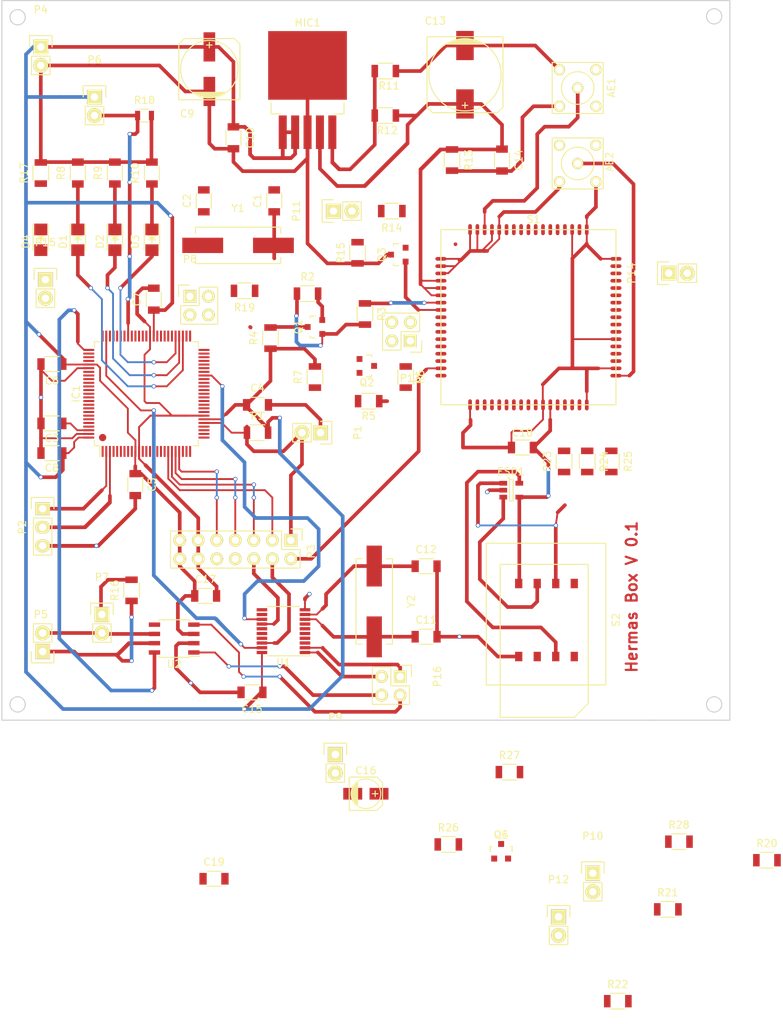
<source format=kicad_pcb>
(kicad_pcb (version 4) (host pcbnew 4.0.2+dfsg1-stable)
  (layers (0 F.Cu signal) (31 B.Cu signal) (34 B.Paste user) (35 F.Paste user) (36 B.SilkS user) (37 F.SilkS user) (38 B.Mask user) (39 F.Mask user) (44 Edge.Cuts user))
  (net 0 "")
  (net 1 GND)
  (net 2 "Net-(AE1-Pad1)")
  (net 3 "Net-(AE2-Pad1)")
  (net 4 "Net-(C1-Pad1)")
  (net 5 "Net-(C2-Pad1)")
  (net 6 "Net-(C3-Pad1)")
  (net 7 5V)
  (net 8 "Net-(C11-Pad1)")
  (net 9 "Net-(C12-Pad1)")
  (net 10 "Net-(C13-Pad1)")
  (net 11 "Net-(C16-Pad1)")
  (net 12 "Net-(C18-Pad1)")
  (net 13 "Net-(D1-Pad2)")
  (net 14 "Net-(D1-Pad1)")
  (net 15 "Net-(D2-Pad2)")
  (net 16 "Net-(D2-Pad1)")
  (net 17 "Net-(D3-Pad2)")
  (net 18 "Net-(D3-Pad1)")
  (net 19 CHECK_PWR_SIM)
  (net 20 "Net-(D4-Pad1)")
  (net 21 "Net-(ESD1-Pad1)")
  (net 22 "Net-(ESD1-Pad3)")
  (net 23 "Net-(IC1-Pad1)")
  (net 24 "Net-(IC1-Pad2)")
  (net 25 "Net-(IC1-Pad3)")
  (net 26 "Net-(IC1-Pad4)")
  (net 27 "Net-(IC1-Pad5)")
  (net 28 "Net-(IC1-Pad6)")
  (net 29 "Net-(IC1-Pad7)")
  (net 30 "Net-(IC1-Pad8)")
  (net 31 "Net-(IC1-Pad9)")
  (net 32 "Net-(IC1-Pad12)")
  (net 33 "Net-(IC1-Pad13)")
  (net 34 "Net-(IC1-Pad14)")
  (net 35 "Net-(IC1-Pad15)")
  (net 36 "Net-(IC1-Pad16)")
  (net 37 "Net-(IC1-Pad17)")
  (net 38 "Net-(IC1-Pad18)")
  (net 39 "Net-(IC1-Pad19)")
  (net 40 "Net-(IC1-Pad20)")
  (net 41 "Net-(IC1-Pad21)")
  (net 42 "Net-(IC1-Pad22)")
  (net 43 "Net-(IC1-Pad23)")
  (net 44 "Net-(IC1-Pad24)")
  (net 45 "Net-(IC1-Pad25)")
  (net 46 "Net-(IC1-Pad26)")
  (net 47 "Net-(IC1-Pad27)")
  (net 48 "Net-(IC1-Pad28)")
  (net 49 "Net-(IC1-Pad29)")
  (net 50 RESET)
  (net 51 "Net-(IC1-Pad35)")
  (net 52 "Net-(IC1-Pad36)")
  (net 53 "Net-(IC1-Pad37)")
  (net 54 "Net-(IC1-Pad38)")
  (net 55 "Net-(IC1-Pad39)")
  (net 56 "Net-(IC1-Pad40)")
  (net 57 "Net-(IC1-Pad41)")
  (net 58 "Net-(IC1-Pad42)")
  (net 59 CAN_INT)
  (net 60 RX1)
  (net 61 TX1)
  (net 62 "Net-(IC1-Pad47)")
  (net 63 "Net-(IC1-Pad48)")
  (net 64 "Net-(IC1-Pad49)")
  (net 65 "Net-(IC1-Pad50)")
  (net 66 "Net-(IC1-Pad51)")
  (net 67 "Net-(IC1-Pad52)")
  (net 68 "Net-(IC1-Pad56)")
  (net 69 "Net-(IC1-Pad57)")
  (net 70 "Net-(IC1-Pad58)")
  (net 71 "Net-(IC1-Pad59)")
  (net 72 "Net-(IC1-Pad60)")
  (net 73 "Net-(IC1-Pad63)")
  (net 74 "Net-(IC1-Pad64)")
  (net 75 "Net-(IC1-Pad65)")
  (net 76 "Net-(IC1-Pad66)")
  (net 77 "Net-(IC1-Pad67)")
  (net 78 "Net-(IC1-Pad68)")
  (net 79 "Net-(IC1-Pad69)")
  (net 80 "Net-(IC1-Pad70)")
  (net 81 "Net-(IC1-Pad71)")
  (net 82 "Net-(IC1-Pad72)")
  (net 83 "Net-(IC1-Pad73)")
  (net 84 CAN_RESET)
  (net 85 "Net-(IC1-Pad75)")
  (net 86 CAN_SILMODE)
  (net 87 "Net-(IC1-Pad77)")
  (net 88 PWR_SIM)
  (net 89 "Net-(IC1-Pad79)")
  (net 90 "Net-(IC1-Pad82)")
  (net 91 "Net-(IC1-Pad83)")
  (net 92 "Net-(IC1-Pad84)")
  (net 93 "Net-(IC1-Pad85)")
  (net 94 "Net-(IC1-Pad86)")
  (net 95 "Net-(IC1-Pad87)")
  (net 96 "Net-(IC1-Pad88)")
  (net 97 "Net-(IC1-Pad89)")
  (net 98 "Net-(IC1-Pad90)")
  (net 99 "Net-(IC1-Pad91)")
  (net 100 "Net-(IC1-Pad92)")
  (net 101 "Net-(IC1-Pad93)")
  (net 102 "Net-(IC1-Pad94)")
  (net 103 "Net-(IC1-Pad95)")
  (net 104 "Net-(IC1-Pad96)")
  (net 105 "Net-(IC1-Pad97)")
  (net 106 "Net-(MIC1-Pad5)")
  (net 107 RESET_SIM)
  (net 108 CAN_CS)
  (net 109 CAN_SCK)
  (net 110 CAN_SO)
  (net 111 CAN_SI)
  (net 112 "Net-(P5-Pad1)")
  (net 113 "Net-(P5-Pad2)")
  (net 114 "Net-(Q1-Pad1)")
  (net 115 TX_sim)
  (net 116 "Net-(Q2-Pad1)")
  (net 117 RX_sim)
  (net 118 "Net-(Q3-Pad2)")
  (net 119 VDD_EXT)
  (net 120 "Net-(S1-Pad26)")
  (net 121 "Net-(S1-Pad9)")
  (net 122 "Net-(S1-Pad10)")
  (net 123 "Net-(S1-Pad11)")
  (net 124 "Net-(S1-Pad12)")
  (net 125 "Net-(S1-Pad13)")
  (net 126 "Net-(S1-Pad19)")
  (net 127 "Net-(S1-Pad20)")
  (net 128 "Net-(S1-Pad21)")
  (net 129 "Net-(S1-Pad22)")
  (net 130 "Net-(S1-Pad23)")
  (net 131 "Net-(S1-Pad24)")
  (net 132 "Net-(S1-Pad25)")
  (net 133 "Net-(S1-Pad27)")
  (net 134 "Net-(S1-Pad33)")
  (net 135 "Net-(S1-Pad37)")
  (net 136 "Net-(S1-Pad38)")
  (net 137 "Net-(S1-Pad39)")
  (net 138 "Net-(S1-Pad41)")
  (net 139 "Net-(S1-Pad42)")
  (net 140 "Net-(S1-Pad43)")
  (net 141 "Net-(S1-Pad44)")
  (net 142 "Net-(S1-Pad45)")
  (net 143 "Net-(S1-Pad46)")
  (net 144 "Net-(S1-Pad47)")
  (net 145 "Net-(S1-Pad48)")
  (net 146 "Net-(S1-Pad50)")
  (net 147 "Net-(S1-Pad53)")
  (net 148 "Net-(S1-Pad55)")
  (net 149 "Net-(S1-Pad56)")
  (net 150 "Net-(S1-Pad57)")
  (net 151 "Net-(S1-Pad58)")
  (net 152 "Net-(S1-Pad59)")
  (net 153 "Net-(S1-Pad60)")
  (net 154 "Net-(S1-Pad61)")
  (net 155 "Net-(S1-Pad62)")
  (net 156 "Net-(S1-Pad63)")
  (net 157 "Net-(S2-Pad6)")
  (net 158 "Net-(S2-Pad8)")
  (net 159 "Net-(S2-Pad4)")
  (net 160 "Net-(U1-Pad3)")
  (net 161 "Net-(U1-Pad4)")
  (net 162 "Net-(U1-Pad5)")
  (net 163 "Net-(U1-Pad6)")
  (net 164 "Net-(U1-Pad7)")
  (net 165 "Net-(U1-Pad11)")
  (net 166 "Net-(U1-Pad12)")
  (net 167 "Net-(U1-Pad15)")
  (net 168 "Net-(U2-Pad5)")
  (net 169 "Net-(P7-Pad1)")
  (net 170 "Net-(C19-Pad1)")
  (net 171 "Net-(D4-Pad2)")
  (net 172 "Net-(IC1-Pad45)")
  (net 173 "Net-(IC1-Pad46)")
  (net 174 "Net-(P9-Pad2)")
  (net 175 "Net-(P10-Pad1)")
  (net 176 RESET_SIM_OUT)
  (net 177 "Net-(P11-Pad2)")
  (net 178 "Net-(P12-Pad1)")
  (net 179 "Net-(P12-Pad2)")
  (net 180 "Net-(P13-Pad1)")
  (net 181 "Net-(P13-Pad3)")
  (net 182 "Net-(P14-Pad1)")
  (net 183 "Net-(P14-Pad2)")
  (net 184 "Net-(P16-Pad1)")
  (net 185 "Net-(P16-Pad2)")
  (net 186 "Net-(P16-Pad3)")
  (net 187 "Net-(P16-Pad4)")
  (net 188 "Net-(Q4-Pad2)")
  (net 189 "Net-(Q5-Pad2)")
  (net 190 "Net-(R25-Pad1)")
  (net 191 "Net-(ESD1-Pad5)")
  (net 192 "Net-(R24-Pad1)")
  (module Resistors_SMD:R_1206 (layer F.Cu) (at 192.786 141.478)
    (fp_text reference R27 (at 0 -2.3) (layer F.SilkS))
    (fp_text value 47K)
    (pad 1 smd rect (at -1.45 0) (size 0.9 1.7) (layers F.Cu F.Paste F.Mask) (net 1 GND))
    (pad 2 smd rect (at 1.45 0) (size 0.9 1.7) (layers F.Cu F.Paste F.Mask) (net 189 "Net-(Q5-Pad2)"))
  )
  (module hermas_mod:LQFP-100_14x14mm_Pitch0.5mm (layer F.Cu) (at 143.002 89.662 90)
    (fp_text reference IC1 (at 0 -9.65 90) (layer F.SilkS))
    (fp_text value ATMEGA_2560)
    (pad 1 smd rect (at -7.9 -6 90) (size 1.5 0.28) (layers F.Cu F.Paste F.Mask) (net 23 "Net-(IC1-Pad1)"))
    (pad 2 smd rect (at -7.9 -5.5 90) (size 1.5 0.28) (layers F.Cu F.Paste F.Mask) (net 24 "Net-(IC1-Pad2)"))
    (pad 3 smd rect (at -7.9 -5 90) (size 1.5 0.28) (layers F.Cu F.Paste F.Mask) (net 25 "Net-(IC1-Pad3)"))
    (pad 4 smd rect (at -7.9 -4.5 90) (size 1.5 0.28) (layers F.Cu F.Paste F.Mask) (net 26 "Net-(IC1-Pad4)"))
    (pad 5 smd rect (at -7.9 -4 90) (size 1.5 0.28) (layers F.Cu F.Paste F.Mask) (net 27 "Net-(IC1-Pad5)"))
    (pad 6 smd rect (at -7.9 -3.5 90) (size 1.5 0.28) (layers F.Cu F.Paste F.Mask) (net 28 "Net-(IC1-Pad6)"))
    (pad 7 smd rect (at -7.9 -3 90) (size 1.5 0.28) (layers F.Cu F.Paste F.Mask) (net 29 "Net-(IC1-Pad7)"))
    (pad 8 smd rect (at -7.9 -2.5 90) (size 1.5 0.28) (layers F.Cu F.Paste F.Mask) (net 30 "Net-(IC1-Pad8)"))
    (pad 9 smd rect (at -7.9 -2 90) (size 1.5 0.28) (layers F.Cu F.Paste F.Mask) (net 31 "Net-(IC1-Pad9)"))
    (pad 10 smd rect (at -7.9 -1.5 90) (size 1.5 0.28) (layers F.Cu F.Paste F.Mask) (net 7 5V))
    (pad 11 smd rect (at -7.9 -1 90) (size 1.5 0.28) (layers F.Cu F.Paste F.Mask) (net 1 GND))
    (pad 12 smd rect (at -7.9 -0.5 90) (size 1.5 0.28) (layers F.Cu F.Paste F.Mask) (net 32 "Net-(IC1-Pad12)"))
    (pad 13 smd rect (at -7.9 0 90) (size 1.5 0.28) (layers F.Cu F.Paste F.Mask) (net 33 "Net-(IC1-Pad13)"))
    (pad 14 smd rect (at -7.9 0.5 90) (size 1.5 0.28) (layers F.Cu F.Paste F.Mask) (net 34 "Net-(IC1-Pad14)"))
    (pad 15 smd rect (at -7.9 1 90) (size 1.5 0.28) (layers F.Cu F.Paste F.Mask) (net 35 "Net-(IC1-Pad15)"))
    (pad 16 smd rect (at -7.9 1.5 90) (size 1.5 0.28) (layers F.Cu F.Paste F.Mask) (net 36 "Net-(IC1-Pad16)"))
    (pad 17 smd rect (at -7.9 2 90) (size 1.5 0.28) (layers F.Cu F.Paste F.Mask) (net 37 "Net-(IC1-Pad17)"))
    (pad 18 smd rect (at -7.9 2.5 90) (size 1.5 0.28) (layers F.Cu F.Paste F.Mask) (net 38 "Net-(IC1-Pad18)"))
    (pad 19 smd rect (at -7.9 3 90) (size 1.5 0.28) (layers F.Cu F.Paste F.Mask) (net 39 "Net-(IC1-Pad19)"))
    (pad 20 smd rect (at -7.9 3.5 90) (size 1.5 0.28) (layers F.Cu F.Paste F.Mask) (net 40 "Net-(IC1-Pad20)"))
    (pad 21 smd rect (at -7.9 4 90) (size 1.5 0.28) (layers F.Cu F.Paste F.Mask) (net 41 "Net-(IC1-Pad21)"))
    (pad 22 smd rect (at -7.9 4.5 90) (size 1.5 0.28) (layers F.Cu F.Paste F.Mask) (net 42 "Net-(IC1-Pad22)"))
    (pad 23 smd rect (at -7.9 5 90) (size 1.5 0.28) (layers F.Cu F.Paste F.Mask) (net 43 "Net-(IC1-Pad23)"))
    (pad 24 smd rect (at -7.9 5.5 90) (size 1.5 0.28) (layers F.Cu F.Paste F.Mask) (net 44 "Net-(IC1-Pad24)"))
    (pad 25 smd rect (at -7.9 6 90) (size 1.5 0.28) (layers F.Cu F.Paste F.Mask) (net 45 "Net-(IC1-Pad25)"))
    (pad 26 smd rect (at -6 7.9 180) (size 1.5 0.28) (layers F.Cu F.Paste F.Mask) (net 46 "Net-(IC1-Pad26)"))
    (pad 27 smd rect (at -5.5 7.9 180) (size 1.5 0.28) (layers F.Cu F.Paste F.Mask) (net 47 "Net-(IC1-Pad27)"))
    (pad 28 smd rect (at -5 7.9 180) (size 1.5 0.28) (layers F.Cu F.Paste F.Mask) (net 48 "Net-(IC1-Pad28)"))
    (pad 29 smd rect (at -4.5 7.9 180) (size 1.5 0.28) (layers F.Cu F.Paste F.Mask) (net 49 "Net-(IC1-Pad29)"))
    (pad 30 smd rect (at -4 7.9 180) (size 1.5 0.28) (layers F.Cu F.Paste F.Mask) (net 50 RESET))
    (pad 31 smd rect (at -3.5 7.9 180) (size 1.5 0.28) (layers F.Cu F.Paste F.Mask) (net 7 5V))
    (pad 32 smd rect (at -3 7.9 180) (size 1.5 0.28) (layers F.Cu F.Paste F.Mask) (net 1 GND))
    (pad 33 smd rect (at -2.5 7.9 180) (size 1.5 0.28) (layers F.Cu F.Paste F.Mask) (net 4 "Net-(C1-Pad1)"))
    (pad 34 smd rect (at -2 7.9 180) (size 1.5 0.28) (layers F.Cu F.Paste F.Mask) (net 5 "Net-(C2-Pad1)"))
    (pad 35 smd rect (at -1.5 7.9 180) (size 1.5 0.28) (layers F.Cu F.Paste F.Mask) (net 51 "Net-(IC1-Pad35)"))
    (pad 36 smd rect (at -1 7.9 180) (size 1.5 0.28) (layers F.Cu F.Paste F.Mask) (net 52 "Net-(IC1-Pad36)"))
    (pad 37 smd rect (at -0.5 7.9 180) (size 1.5 0.28) (layers F.Cu F.Paste F.Mask) (net 53 "Net-(IC1-Pad37)"))
    (pad 38 smd rect (at 0 7.9 180) (size 1.5 0.28) (layers F.Cu F.Paste F.Mask) (net 54 "Net-(IC1-Pad38)"))
    (pad 39 smd rect (at 0.5 7.9 180) (size 1.5 0.28) (layers F.Cu F.Paste F.Mask) (net 55 "Net-(IC1-Pad39)"))
    (pad 40 smd rect (at 1 7.9 180) (size 1.5 0.28) (layers F.Cu F.Paste F.Mask) (net 56 "Net-(IC1-Pad40)"))
    (pad 41 smd rect (at 1.5 7.9 180) (size 1.5 0.28) (layers F.Cu F.Paste F.Mask) (net 57 "Net-(IC1-Pad41)"))
    (pad 42 smd rect (at 2 7.9 180) (size 1.5 0.28) (layers F.Cu F.Paste F.Mask) (net 58 "Net-(IC1-Pad42)"))
    (pad 43 smd rect (at 2.5 7.9 180) (size 1.5 0.28) (layers F.Cu F.Paste F.Mask) (net 59 CAN_INT))
    (pad 44 smd rect (at 3 7.9 180) (size 1.5 0.28) (layers F.Cu F.Paste F.Mask) (net 19 CHECK_PWR_SIM))
    (pad 45 smd rect (at 3.5 7.9 180) (size 1.5 0.28) (layers F.Cu F.Paste F.Mask) (net 172 "Net-(IC1-Pad45)"))
    (pad 46 smd rect (at 4 7.9 180) (size 1.5 0.28) (layers F.Cu F.Paste F.Mask) (net 173 "Net-(IC1-Pad46)"))
    (pad 47 smd rect (at 4.5 7.9 180) (size 1.5 0.28) (layers F.Cu F.Paste F.Mask) (net 62 "Net-(IC1-Pad47)"))
    (pad 48 smd rect (at 5 7.9 180) (size 1.5 0.28) (layers F.Cu F.Paste F.Mask) (net 63 "Net-(IC1-Pad48)"))
    (pad 49 smd rect (at 5.5 7.9 180) (size 1.5 0.28) (layers F.Cu F.Paste F.Mask) (net 64 "Net-(IC1-Pad49)"))
    (pad 50 smd rect (at 6 7.9 180) (size 1.5 0.28) (layers F.Cu F.Paste F.Mask) (net 65 "Net-(IC1-Pad50)"))
    (pad 51 smd rect (at 7.9 6 90) (size 1.5 0.28) (layers F.Cu F.Paste F.Mask) (net 66 "Net-(IC1-Pad51)"))
    (pad 52 smd rect (at 7.9 5.5 90) (size 1.5 0.28) (layers F.Cu F.Paste F.Mask) (net 67 "Net-(IC1-Pad52)"))
    (pad 53 smd rect (at 7.9 5 90) (size 1.5 0.28) (layers F.Cu F.Paste F.Mask) (net 13 "Net-(D1-Pad2)"))
    (pad 54 smd rect (at 7.9 4.5 90) (size 1.5 0.28) (layers F.Cu F.Paste F.Mask) (net 15 "Net-(D2-Pad2)"))
    (pad 55 smd rect (at 7.9 4 90) (size 1.5 0.28) (layers F.Cu F.Paste F.Mask) (net 17 "Net-(D3-Pad2)"))
    (pad 56 smd rect (at 7.9 3.5 90) (size 1.5 0.28) (layers F.Cu F.Paste F.Mask) (net 68 "Net-(IC1-Pad56)"))
    (pad 57 smd rect (at 7.9 3 90) (size 1.5 0.28) (layers F.Cu F.Paste F.Mask) (net 69 "Net-(IC1-Pad57)"))
    (pad 58 smd rect (at 7.9 2.5 90) (size 1.5 0.28) (layers F.Cu F.Paste F.Mask) (net 70 "Net-(IC1-Pad58)"))
    (pad 59 smd rect (at 7.9 2 90) (size 1.5 0.28) (layers F.Cu F.Paste F.Mask) (net 71 "Net-(IC1-Pad59)"))
    (pad 60 smd rect (at 7.9 1.5 90) (size 1.5 0.28) (layers F.Cu F.Paste F.Mask) (net 72 "Net-(IC1-Pad60)"))
    (pad 61 smd rect (at 7.9 1 90) (size 1.5 0.28) (layers F.Cu F.Paste F.Mask) (net 7 5V))
    (pad 62 smd rect (at 7.9 0.5 90) (size 1.5 0.28) (layers F.Cu F.Paste F.Mask) (net 1 GND))
    (pad 63 smd rect (at 7.9 0 90) (size 1.5 0.28) (layers F.Cu F.Paste F.Mask) (net 73 "Net-(IC1-Pad63)"))
    (pad 64 smd rect (at 7.9 -0.5 90) (size 1.5 0.28) (layers F.Cu F.Paste F.Mask) (net 74 "Net-(IC1-Pad64)"))
    (pad 65 smd rect (at 7.9 -1 90) (size 1.5 0.28) (layers F.Cu F.Paste F.Mask) (net 75 "Net-(IC1-Pad65)"))
    (pad 66 smd rect (at 7.9 -1.5 90) (size 1.5 0.28) (layers F.Cu F.Paste F.Mask) (net 76 "Net-(IC1-Pad66)"))
    (pad 67 smd rect (at 7.9 -2 90) (size 1.5 0.28) (layers F.Cu F.Paste F.Mask) (net 77 "Net-(IC1-Pad67)"))
    (pad 68 smd rect (at 7.9 -2.5 90) (size 1.5 0.28) (layers F.Cu F.Paste F.Mask) (net 78 "Net-(IC1-Pad68)"))
    (pad 69 smd rect (at 7.9 -3 90) (size 1.5 0.28) (layers F.Cu F.Paste F.Mask) (net 79 "Net-(IC1-Pad69)"))
    (pad 70 smd rect (at 7.9 -3.5 90) (size 1.5 0.28) (layers F.Cu F.Paste F.Mask) (net 80 "Net-(IC1-Pad70)"))
    (pad 71 smd rect (at 7.9 -4 90) (size 1.5 0.28) (layers F.Cu F.Paste F.Mask) (net 81 "Net-(IC1-Pad71)"))
    (pad 72 smd rect (at 7.9 -4.5 90) (size 1.5 0.28) (layers F.Cu F.Paste F.Mask) (net 82 "Net-(IC1-Pad72)"))
    (pad 73 smd rect (at 7.9 -5 90) (size 1.5 0.28) (layers F.Cu F.Paste F.Mask) (net 83 "Net-(IC1-Pad73)"))
    (pad 74 smd rect (at 7.9 -5.5 90) (size 1.5 0.28) (layers F.Cu F.Paste F.Mask) (net 84 CAN_RESET))
    (pad 75 smd rect (at 7.9 -6 90) (size 1.5 0.28) (layers F.Cu F.Paste F.Mask) (net 85 "Net-(IC1-Pad75)"))
    (pad 76 smd rect (at 6 -7.9 180) (size 1.5 0.28) (layers F.Cu F.Paste F.Mask) (net 86 CAN_SILMODE))
    (pad 77 smd rect (at 5.5 -7.9 180) (size 1.5 0.28) (layers F.Cu F.Paste F.Mask) (net 87 "Net-(IC1-Pad77)"))
    (pad 78 smd rect (at 5 -7.9 180) (size 1.5 0.28) (layers F.Cu F.Paste F.Mask) (net 88 PWR_SIM))
    (pad 79 smd rect (at 4.5 -7.9 180) (size 1.5 0.28) (layers F.Cu F.Paste F.Mask) (net 89 "Net-(IC1-Pad79)"))
    (pad 80 smd rect (at 4 -7.9 180) (size 1.5 0.28) (layers F.Cu F.Paste F.Mask) (net 7 5V))
    (pad 81 smd rect (at 3.5 -7.9 180) (size 1.5 0.28) (layers F.Cu F.Paste F.Mask) (net 1 GND))
    (pad 82 smd rect (at 3 -7.9 180) (size 1.5 0.28) (layers F.Cu F.Paste F.Mask) (net 90 "Net-(IC1-Pad82)"))
    (pad 83 smd rect (at 2.5 -7.9 180) (size 1.5 0.28) (layers F.Cu F.Paste F.Mask) (net 91 "Net-(IC1-Pad83)"))
    (pad 84 smd rect (at 2 -7.9 180) (size 1.5 0.28) (layers F.Cu F.Paste F.Mask) (net 92 "Net-(IC1-Pad84)"))
    (pad 85 smd rect (at 1.5 -7.9 180) (size 1.5 0.28) (layers F.Cu F.Paste F.Mask) (net 93 "Net-(IC1-Pad85)"))
    (pad 86 smd rect (at 1 -7.9 180) (size 1.5 0.28) (layers F.Cu F.Paste F.Mask) (net 94 "Net-(IC1-Pad86)"))
    (pad 87 smd rect (at 0.5 -7.9 180) (size 1.5 0.28) (layers F.Cu F.Paste F.Mask) (net 95 "Net-(IC1-Pad87)"))
    (pad 88 smd rect (at 0 -7.9 180) (size 1.5 0.28) (layers F.Cu F.Paste F.Mask) (net 96 "Net-(IC1-Pad88)"))
    (pad 89 smd rect (at -0.5 -7.9 180) (size 1.5 0.28) (layers F.Cu F.Paste F.Mask) (net 97 "Net-(IC1-Pad89)"))
    (pad 90 smd rect (at -1 -7.9 180) (size 1.5 0.28) (layers F.Cu F.Paste F.Mask) (net 98 "Net-(IC1-Pad90)"))
    (pad 91 smd rect (at -1.5 -7.9 180) (size 1.5 0.28) (layers F.Cu F.Paste F.Mask) (net 99 "Net-(IC1-Pad91)"))
    (pad 92 smd rect (at -2 -7.9 180) (size 1.5 0.28) (layers F.Cu F.Paste F.Mask) (net 100 "Net-(IC1-Pad92)"))
    (pad 93 smd rect (at -2.5 -7.9 180) (size 1.5 0.28) (layers F.Cu F.Paste F.Mask) (net 101 "Net-(IC1-Pad93)"))
    (pad 94 smd rect (at -3 -7.9 180) (size 1.5 0.28) (layers F.Cu F.Paste F.Mask) (net 102 "Net-(IC1-Pad94)"))
    (pad 95 smd rect (at -3.5 -7.9 180) (size 1.5 0.28) (layers F.Cu F.Paste F.Mask) (net 103 "Net-(IC1-Pad95)"))
    (pad 96 smd rect (at -4 -7.9 180) (size 1.5 0.28) (layers F.Cu F.Paste F.Mask) (net 104 "Net-(IC1-Pad96)"))
    (pad 97 smd rect (at -4.5 -7.9 180) (size 1.5 0.28) (layers F.Cu F.Paste F.Mask) (net 105 "Net-(IC1-Pad97)"))
    (pad 98 smd rect (at -5 -7.9 180) (size 1.5 0.28) (layers F.Cu F.Paste F.Mask) (net 6 "Net-(C3-Pad1)"))
    (pad 99 smd rect (at -5.5 -7.9 180) (size 1.5 0.28) (layers F.Cu F.Paste F.Mask) (net 1 GND))
    (pad 100 smd rect (at -6 -7.9 180) (size 1.5 0.28) (layers F.Cu F.Paste F.Mask) (net 7 5V))
    (pad "" smd circle (at -6 -6 90) (size 1 1) (layers F.Cu F.Paste F.Mask))
  )
  (module Capacitors_SMD:c_elec_8x5.4 (layer F.Cu) (at 151.638 45.212 90)
    (fp_text reference C9 (at -6.096 -3.048 180) (layer F.SilkS))
    (fp_text value 100uF)
    (pad 1 smd rect (at 3.05054 0 90) (size 4.0005 1.6002) (layers F.Cu F.Paste F.Mask) (net 7 5V))
    (pad 2 smd rect (at -3.05054 0 90) (size 4.0005 1.6002) (layers F.Cu F.Paste F.Mask) (net 1 GND))
  )
  (module hermas_mod:SMA-13 (layer F.Cu) (at 199.644 50.292)
    (fp_text reference AE1 (at 7.112 -2.54 90) (layer F.SilkS))
    (fp_text value Ant_GSM)
    (pad 2 thru_hole circle (at 0 0) (size 1.524 1.524) (drill 1) (layers *.Cu *.Mask F.SilkS) (net 1 GND))
    (pad 2 thru_hole circle (at 5 0) (size 1.524 1.524) (drill 1) (layers *.Cu *.Mask F.SilkS) (net 1 GND))
    (pad 2 thru_hole circle (at 5 -5) (size 1.524 1.524) (drill 1) (layers *.Cu *.Mask F.SilkS) (net 1 GND))
    (pad 2 thru_hole circle (at 0 -5) (size 1.524 1.524) (drill 1) (layers *.Cu *.Mask F.SilkS) (net 1 GND))
    (pad 1 thru_hole circle (at 2.5 -2.5) (size 1.524 1.524) (drill 1) (layers *.Cu *.Mask F.SilkS) (net 2 "Net-(AE1-Pad1)"))
  )
  (module hermas_mod:SMA-13 (layer F.Cu) (at 199.644 55.626 270)
    (fp_text reference AE2 (at 2.286 -6.858 270) (layer F.SilkS))
    (fp_text value Ant_GPS)
    (pad 2 thru_hole circle (at 0 0 270) (size 1.524 1.524) (drill 1) (layers *.Cu *.Mask F.SilkS) (net 1 GND))
    (pad 2 thru_hole circle (at 5 0 270) (size 1.524 1.524) (drill 1) (layers *.Cu *.Mask F.SilkS) (net 1 GND))
    (pad 2 thru_hole circle (at 5 -5 270) (size 1.524 1.524) (drill 1) (layers *.Cu *.Mask F.SilkS) (net 1 GND))
    (pad 2 thru_hole circle (at 0 -5 270) (size 1.524 1.524) (drill 1) (layers *.Cu *.Mask F.SilkS) (net 1 GND))
    (pad 1 thru_hole circle (at 2.5 -2.5 270) (size 1.524 1.524) (drill 1) (layers *.Cu *.Mask F.SilkS) (net 3 "Net-(AE2-Pad1)"))
  )
  (module Capacitors_SMD:C_1206 (layer F.Cu) (at 160.528 63.246 90)
    (fp_text reference C1 (at 0 -2.3 90) (layer F.SilkS))
    (fp_text value 22pF)
    (pad 1 smd rect (at -1.5 0 90) (size 1 1.6) (layers F.Cu F.Paste F.Mask) (net 4 "Net-(C1-Pad1)"))
    (pad 2 smd rect (at 1.5 0 90) (size 1 1.6) (layers F.Cu F.Paste F.Mask) (net 1 GND))
  )
  (module Capacitors_SMD:C_1206 (layer F.Cu) (at 150.876 63.246 90)
    (fp_text reference C2 (at 0 -2.3 90) (layer F.SilkS))
    (fp_text value 22pF)
    (pad 1 smd rect (at -1.5 0 90) (size 1 1.6) (layers F.Cu F.Paste F.Mask) (net 5 "Net-(C2-Pad1)"))
    (pad 2 smd rect (at 1.5 0 90) (size 1 1.6) (layers F.Cu F.Paste F.Mask) (net 1 GND))
  )
  (module Capacitors_SMD:C_1206 (layer F.Cu) (at 130.048 93.726 180)
    (fp_text reference C3 (at 0 -2.032 180) (layer F.SilkS))
    (fp_text value 100nf)
    (pad 1 smd rect (at -1.5 0 180) (size 1 1.6) (layers F.Cu F.Paste F.Mask) (net 6 "Net-(C3-Pad1)"))
    (pad 2 smd rect (at 1.5 0 180) (size 1 1.6) (layers F.Cu F.Paste F.Mask) (net 1 GND))
  )
  (module Capacitors_SMD:C_1206 (layer F.Cu) (at 158.242 91.186)
    (fp_text reference C4 (at 0 -2.3) (layer F.SilkS))
    (fp_text value 100nf)
    (pad 1 smd rect (at -1.5 0) (size 1 1.6) (layers F.Cu F.Paste F.Mask) (net 7 5V))
    (pad 2 smd rect (at 1.5 0) (size 1 1.6) (layers F.Cu F.Paste F.Mask) (net 1 GND))
  )
  (module Capacitors_SMD:C_1206 (layer F.Cu) (at 141.478 102.108 270)
    (fp_text reference C5 (at 0 -2.3 270) (layer F.SilkS))
    (fp_text value 100nf)
    (pad 1 smd rect (at -1.5 0 270) (size 1 1.6) (layers F.Cu F.Paste F.Mask) (net 7 5V))
    (pad 2 smd rect (at 1.5 0 270) (size 1 1.6) (layers F.Cu F.Paste F.Mask) (net 1 GND))
  )
  (module Capacitors_SMD:C_1206 (layer F.Cu) (at 130.048 85.598 180)
    (fp_text reference C6 (at 0 -2.3 180) (layer F.SilkS))
    (fp_text value 100nf)
    (pad 1 smd rect (at -1.5 0 180) (size 1 1.6) (layers F.Cu F.Paste F.Mask) (net 7 5V))
    (pad 2 smd rect (at 1.5 0 180) (size 1 1.6) (layers F.Cu F.Paste F.Mask) (net 1 GND))
  )
  (module Capacitors_SMD:C_1206 (layer F.Cu) (at 144.018 76.708 90)
    (fp_text reference C7 (at 0 -2.3 90) (layer F.SilkS))
    (fp_text value 100nf)
    (pad 1 smd rect (at -1.5 0 90) (size 1 1.6) (layers F.Cu F.Paste F.Mask) (net 7 5V))
    (pad 2 smd rect (at 1.5 0 90) (size 1 1.6) (layers F.Cu F.Paste F.Mask) (net 1 GND))
  )
  (module Capacitors_SMD:C_1206 (layer F.Cu) (at 130.048 97.79 180)
    (fp_text reference C8 (at 0 -2.032 180) (layer F.SilkS))
    (fp_text value 100nf)
    (pad 1 smd rect (at -1.5 0 180) (size 1 1.6) (layers F.Cu F.Paste F.Mask) (net 7 5V))
    (pad 2 smd rect (at 1.5 0 180) (size 1 1.6) (layers F.Cu F.Paste F.Mask) (net 1 GND))
  )
  (module Capacitors_SMD:C_1206 (layer F.Cu) (at 154.94 54.61 270)
    (fp_text reference C10 (at 0 -2.3 270) (layer F.SilkS))
    (fp_text value 1uF)
    (pad 1 smd rect (at -1.5 0 270) (size 1 1.6) (layers F.Cu F.Paste F.Mask) (net 7 5V))
    (pad 2 smd rect (at 1.5 0 270) (size 1 1.6) (layers F.Cu F.Paste F.Mask) (net 1 GND))
  )
  (module Capacitors_SMD:C_1206 (layer F.Cu) (at 181.356 122.936)
    (fp_text reference C11 (at 0 -2.3) (layer F.SilkS))
    (fp_text value 22pF)
    (pad 1 smd rect (at -1.5 0) (size 1 1.6) (layers F.Cu F.Paste F.Mask) (net 8 "Net-(C11-Pad1)"))
    (pad 2 smd rect (at 1.5 0) (size 1 1.6) (layers F.Cu F.Paste F.Mask) (net 1 GND))
  )
  (module Capacitors_SMD:C_1206 (layer F.Cu) (at 181.356 113.284)
    (fp_text reference C12 (at 0 -2.3) (layer F.SilkS))
    (fp_text value 22pF)
    (pad 1 smd rect (at -1.5 0) (size 1 1.6) (layers F.Cu F.Paste F.Mask) (net 9 "Net-(C12-Pad1)"))
    (pad 2 smd rect (at 1.5 0) (size 1 1.6) (layers F.Cu F.Paste F.Mask) (net 1 GND))
  )
  (module Capacitors_SMD:c_elec_10x10 (layer F.Cu) (at 186.69 45.974 270)
    (fp_text reference C13 (at -7.366 4.064 360) (layer F.SilkS))
    (fp_text value 330uF)
    (pad 1 smd rect (at 4.0005 0 270) (size 4.0005 2.4003) (layers F.Cu F.Paste F.Mask) (net 10 "Net-(C13-Pad1)"))
    (pad 2 smd rect (at -4.0005 0 270) (size 4.0005 2.4003) (layers F.Cu F.Paste F.Mask) (net 1 GND))
  )
  (module Capacitors_SMD:C_1206 (layer F.Cu) (at 191.77 57.658 270)
    (fp_text reference C14 (at 0 -2.3 270) (layer F.SilkS))
    (fp_text value 100nF)
    (pad 1 smd rect (at -1.5 0 270) (size 1 1.6) (layers F.Cu F.Paste F.Mask) (net 10 "Net-(C13-Pad1)"))
    (pad 2 smd rect (at 1.5 0 270) (size 1 1.6) (layers F.Cu F.Paste F.Mask) (net 1 GND))
  )
  (module Capacitors_SMD:C_1206 (layer F.Cu) (at 157.48 130.556 180)
    (fp_text reference C15 (at 0 -2.3 180) (layer F.SilkS))
    (fp_text value 100nf)
    (pad 1 smd rect (at -1.5 0 180) (size 1 1.6) (layers F.Cu F.Paste F.Mask) (net 7 5V))
    (pad 2 smd rect (at 1.5 0 180) (size 1 1.6) (layers F.Cu F.Paste F.Mask) (net 1 GND))
  )
  (module Capacitors_SMD:C_1206 (layer F.Cu) (at 151.13 117.348)
    (fp_text reference C17 (at 0 -2.3) (layer F.SilkS))
    (fp_text value 100nf)
    (pad 1 smd rect (at -1.5 0) (size 1 1.6) (layers F.Cu F.Paste F.Mask) (net 7 5V))
    (pad 2 smd rect (at 1.5 0) (size 1 1.6) (layers F.Cu F.Paste F.Mask) (net 1 GND))
  )
  (module Capacitors_SMD:C_1206 (layer F.Cu) (at 194.564 97.028 180)
    (fp_text reference C18 (at 0 2.032 180) (layer F.SilkS))
    (fp_text value 1uF)
    (pad 1 smd rect (at -1.5 0 180) (size 1 1.6) (layers F.Cu F.Paste F.Mask) (net 12 "Net-(C18-Pad1)"))
    (pad 2 smd rect (at 1.5 0 180) (size 1 1.6) (layers F.Cu F.Paste F.Mask) (net 1 GND))
  )
  (module LEDs:LED_1206 (layer F.Cu) (at 133.604 68.58 270)
    (fp_text reference D1 (at 0.254 2.032 270) (layer F.SilkS))
    (fp_text value LED)
    (pad 2 smd rect (at 1.41986 0 90) (size 1.59766 1.80086) (layers F.Cu F.Paste F.Mask) (net 13 "Net-(D1-Pad2)"))
    (pad 1 smd rect (at -1.41986 0 90) (size 1.59766 1.80086) (layers F.Cu F.Paste F.Mask) (net 14 "Net-(D1-Pad1)"))
  )
  (module LEDs:LED_1206 (layer F.Cu) (at 138.684 68.58 270)
    (fp_text reference D2 (at 0.254 2.032 270) (layer F.SilkS))
    (fp_text value LED)
    (pad 2 smd rect (at 1.41986 0 90) (size 1.59766 1.80086) (layers F.Cu F.Paste F.Mask) (net 15 "Net-(D2-Pad2)"))
    (pad 1 smd rect (at -1.41986 0 90) (size 1.59766 1.80086) (layers F.Cu F.Paste F.Mask) (net 16 "Net-(D2-Pad1)"))
  )
  (module LEDs:LED_1206 (layer F.Cu) (at 143.764 68.58 270)
    (fp_text reference D3 (at 0.254 2.286 270) (layer F.SilkS))
    (fp_text value LED)
    (pad 2 smd rect (at 1.41986 0 90) (size 1.59766 1.80086) (layers F.Cu F.Paste F.Mask) (net 17 "Net-(D3-Pad2)"))
    (pad 1 smd rect (at -1.41986 0 90) (size 1.59766 1.80086) (layers F.Cu F.Paste F.Mask) (net 18 "Net-(D3-Pad1)"))
  )
  (module LEDs:LED_1206 (layer F.Cu) (at 128.524 68.58 270)
    (fp_text reference D4 (at 0.254 2.032 270) (layer F.SilkS))
    (fp_text value LED)
    (pad 2 smd rect (at 1.41986 0 90) (size 1.59766 1.80086) (layers F.Cu F.Paste F.Mask) (net 171 "Net-(D4-Pad2)"))
    (pad 1 smd rect (at -1.41986 0 90) (size 1.59766 1.80086) (layers F.Cu F.Paste F.Mask) (net 20 "Net-(D4-Pad1)"))
  )
  (module TO_SOT_Packages_SMD:SOT-23-5 (layer F.Cu) (at 193.04 102.87)
    (fp_text reference ESD1 (at -0.05 -2.55) (layer F.SilkS))
    (fp_text value ESDA6V1SC5)
    (pad 1 smd rect (at -1.1 -0.95) (size 1.06 0.65) (layers F.Cu F.Paste F.Mask) (net 21 "Net-(ESD1-Pad1)"))
    (pad 2 smd rect (at -1.1 0) (size 1.06 0.65) (layers F.Cu F.Paste F.Mask) (net 1 GND))
    (pad 3 smd rect (at -1.1 0.95) (size 1.06 0.65) (layers F.Cu F.Paste F.Mask) (net 22 "Net-(ESD1-Pad3)"))
    (pad 4 smd rect (at 1.1 0.95) (size 1.06 0.65) (layers F.Cu F.Paste F.Mask) (net 12 "Net-(C18-Pad1)"))
    (pad 5 smd rect (at 1.1 -0.95) (size 1.06 0.65) (layers F.Cu F.Paste F.Mask) (net 191 "Net-(ESD1-Pad5)"))
  )
  (module TO_SOT_Packages_SMD:TO-263-5Lead (layer F.Cu) (at 165.1 53.848 90)
    (fp_text reference MIC1 (at 14.986 0 180) (layer F.SilkS))
    (fp_text value MIC29302)
    (pad 5 smd rect (at 0 3.4 90) (size 4.6 1.1) (layers F.Cu F.Paste F.Mask) (net 106 "Net-(MIC1-Pad5)"))
    (pad 4 smd rect (at 0 1.7 90) (size 4.6 1.1) (layers F.Cu F.Paste F.Mask) (net 10 "Net-(C13-Pad1)"))
    (pad 2 smd rect (at 0 -1.7 90) (size 4.6 1.1) (layers F.Cu F.Paste F.Mask) (net 7 5V))
    (pad 3 smd rect (at 9.15 0 90) (size 9.4 10.8) (layers F.Cu F.Paste F.Mask) (net 1 GND))
    (pad 3 smd rect (at 0 0 90) (size 4.6 1.1) (layers F.Cu F.Paste F.Mask) (net 1 GND))
    (pad 1 smd rect (at 0 -3.4 90) (size 4.6 1.1) (layers F.Cu F.Paste F.Mask) (net 7 5V))
  )
  (module Pin_Headers:Pin_Header_Straight_1x02 (layer F.Cu) (at 166.878 94.996 270)
    (fp_text reference P1 (at 0 -5.1 270) (layer F.SilkS))
    (fp_text value RST_MCU)
    (pad 1 thru_hole rect (at 0 0 270) (size 2.032 2.032) (drill 1.016) (layers *.Cu *.Mask F.SilkS) (net 1 GND))
    (pad 2 thru_hole oval (at 0 2.54 270) (size 2.032 2.032) (drill 1.016) (layers *.Cu *.Mask F.SilkS) (net 50 RESET))
  )
  (module Pin_Headers:Pin_Header_Straight_1x03 (layer F.Cu) (at 128.778 105.41)
    (fp_text reference P2 (at -2.794 2.54 90) (layer F.SilkS))
    (fp_text value UART0)
    (pad 1 thru_hole rect (at 0 0) (size 2.032 1.7272) (drill 1.016) (layers *.Cu *.Mask F.SilkS) (net 24 "Net-(IC1-Pad2)"))
    (pad 2 thru_hole oval (at 0 2.54) (size 2.032 1.7272) (drill 1.016) (layers *.Cu *.Mask F.SilkS) (net 25 "Net-(IC1-Pad3)"))
    (pad 3 thru_hole oval (at 0 5.08) (size 2.032 1.7272) (drill 1.016) (layers *.Cu *.Mask F.SilkS) (net 1 GND))
  )
  (module Pin_Headers:Pin_Header_Straight_2x07 (layer F.Cu) (at 162.814 109.728 270)
    (fp_text reference P3 (at 1.524 -2.794 270) (layer F.SilkS))
    (fp_text value CONN_02X07)
    (pad 1 thru_hole rect (at 0 0 270) (size 1.7272 1.7272) (drill 1.016) (layers *.Cu *.Mask F.SilkS) (net 50 RESET))
    (pad 2 thru_hole oval (at 2.54 0 270) (size 1.7272 1.7272) (drill 1.016) (layers *.Cu *.Mask F.SilkS) (net 107 RESET_SIM))
    (pad 3 thru_hole oval (at 0 2.54 270) (size 1.7272 1.7272) (drill 1.016) (layers *.Cu *.Mask F.SilkS) (net 39 "Net-(IC1-Pad19)"))
    (pad 4 thru_hole oval (at 2.54 2.54 270) (size 1.7272 1.7272) (drill 1.016) (layers *.Cu *.Mask F.SilkS) (net 108 CAN_CS))
    (pad 5 thru_hole oval (at 0 5.08 270) (size 1.7272 1.7272) (drill 1.016) (layers *.Cu *.Mask F.SilkS) (net 40 "Net-(IC1-Pad20)"))
    (pad 6 thru_hole oval (at 2.54 5.08 270) (size 1.7272 1.7272) (drill 1.016) (layers *.Cu *.Mask F.SilkS) (net 109 CAN_SCK))
    (pad 7 thru_hole oval (at 0 7.62 270) (size 1.7272 1.7272) (drill 1.016) (layers *.Cu *.Mask F.SilkS) (net 41 "Net-(IC1-Pad21)"))
    (pad 8 thru_hole oval (at 2.54 7.62 270) (size 1.7272 1.7272) (drill 1.016) (layers *.Cu *.Mask F.SilkS) (net 111 CAN_SI))
    (pad 9 thru_hole oval (at 0 10.16 270) (size 1.7272 1.7272) (drill 1.016) (layers *.Cu *.Mask F.SilkS) (net 42 "Net-(IC1-Pad22)"))
    (pad 10 thru_hole oval (at 2.54 10.16 270) (size 1.7272 1.7272) (drill 1.016) (layers *.Cu *.Mask F.SilkS) (net 110 CAN_SO))
    (pad 11 thru_hole oval (at 0 12.7 270) (size 1.7272 1.7272) (drill 1.016) (layers *.Cu *.Mask F.SilkS) (net 1 GND))
    (pad 12 thru_hole oval (at 2.54 12.7 270) (size 1.7272 1.7272) (drill 1.016) (layers *.Cu *.Mask F.SilkS) (net 1 GND))
    (pad 13 thru_hole oval (at 0 15.24 270) (size 1.7272 1.7272) (drill 1.016) (layers *.Cu *.Mask F.SilkS) (net 7 5V))
    (pad 14 thru_hole oval (at 2.54 15.24 270) (size 1.7272 1.7272) (drill 1.016) (layers *.Cu *.Mask F.SilkS) (net 7 5V))
  )
  (module Pin_Headers:Pin_Header_Straight_1x02 (layer F.Cu) (at 128.524 42.164)
    (fp_text reference P4 (at 0 -5.1) (layer F.SilkS))
    (fp_text value POWER_5V)
    (pad 1 thru_hole rect (at 0 0) (size 2.032 2.032) (drill 1.016) (layers *.Cu *.Mask F.SilkS) (net 7 5V))
    (pad 2 thru_hole oval (at 0 2.54) (size 2.032 2.032) (drill 1.016) (layers *.Cu *.Mask F.SilkS) (net 1 GND))
  )
  (module Pin_Headers:Pin_Header_Straight_1x02 (layer F.Cu) (at 128.778 124.968 180)
    (fp_text reference P5 (at 0.254 5.08 180) (layer F.SilkS))
    (fp_text value CAN)
    (pad 1 thru_hole rect (at 0 0 180) (size 2.032 2.032) (drill 1.016) (layers *.Cu *.Mask F.SilkS) (net 112 "Net-(P5-Pad1)"))
    (pad 2 thru_hole oval (at 0 2.54 180) (size 2.032 2.032) (drill 1.016) (layers *.Cu *.Mask F.SilkS) (net 113 "Net-(P5-Pad2)"))
  )
  (module TO_SOT_Packages_SMD:SOT-23 (layer F.Cu) (at 166.116 80.518 90)
    (fp_text reference Q1 (at 0 -2.25 90) (layer F.SilkS))
    (fp_text value 2SC4617TLR)
    (pad 1 smd rect (at -0.95 1.00076 90) (size 0.8001 0.8001) (layers F.Cu F.Paste F.Mask) (net 114 "Net-(Q1-Pad1)"))
    (pad 2 smd rect (at 0.95 1.00076 90) (size 0.8001 0.8001) (layers F.Cu F.Paste F.Mask) (net 115 TX_sim))
    (pad 3 smd rect (at 0 -0.99822 90) (size 0.8001 0.8001) (layers F.Cu F.Paste F.Mask) (net 60 RX1))
  )
  (module TO_SOT_Packages_SMD:SOT-23 (layer F.Cu) (at 173.228 85.852 270)
    (fp_text reference Q2 (at 2.286 0 360) (layer F.SilkS))
    (fp_text value 2SC4617TLR)
    (pad 1 smd rect (at -0.95 1.00076 270) (size 0.8001 0.8001) (layers F.Cu F.Paste F.Mask) (net 116 "Net-(Q2-Pad1)"))
    (pad 2 smd rect (at 0.95 1.00076 270) (size 0.8001 0.8001) (layers F.Cu F.Paste F.Mask) (net 61 TX1))
    (pad 3 smd rect (at 0 -0.99822 270) (size 0.8001 0.8001) (layers F.Cu F.Paste F.Mask) (net 117 RX_sim))
  )
  (module TO_SOT_Packages_SMD:SOT-23 (layer F.Cu) (at 177.546 70.612 90)
    (fp_text reference Q3 (at 0 -2.25 90) (layer F.SilkS))
    (fp_text value BC237)
    (pad 1 smd rect (at -0.95 1.00076 90) (size 0.8001 0.8001) (layers F.Cu F.Paste F.Mask) (net 179 "Net-(P12-Pad2)"))
    (pad 2 smd rect (at 0.95 1.00076 90) (size 0.8001 0.8001) (layers F.Cu F.Paste F.Mask) (net 118 "Net-(Q3-Pad2)"))
    (pad 3 smd rect (at 0 -0.99822 90) (size 0.8001 0.8001) (layers F.Cu F.Paste F.Mask) (net 1 GND))
  )
  (module Capacitors_SMD:C_1206 (layer F.Cu) (at 133.604 59.436 90)
    (fp_text reference R8 (at 0 -2.3 90) (layer F.SilkS))
    (fp_text value 180R)
    (pad 1 smd rect (at -1.5 0 90) (size 1 1.6) (layers F.Cu F.Paste F.Mask) (net 14 "Net-(D1-Pad1)"))
    (pad 2 smd rect (at 1.5 0 90) (size 1 1.6) (layers F.Cu F.Paste F.Mask) (net 1 GND))
  )
  (module Capacitors_SMD:C_1206 (layer F.Cu) (at 138.684 59.436 90)
    (fp_text reference R9 (at 0 -2.3 90) (layer F.SilkS))
    (fp_text value 180R)
    (pad 1 smd rect (at -1.5 0 90) (size 1 1.6) (layers F.Cu F.Paste F.Mask) (net 16 "Net-(D2-Pad1)"))
    (pad 2 smd rect (at 1.5 0 90) (size 1 1.6) (layers F.Cu F.Paste F.Mask) (net 1 GND))
  )
  (module Capacitors_SMD:C_1206 (layer F.Cu) (at 143.764 59.436 90)
    (fp_text reference R10 (at 0 -2.3 90) (layer F.SilkS))
    (fp_text value 180R)
    (pad 1 smd rect (at -1.5 0 90) (size 1 1.6) (layers F.Cu F.Paste F.Mask) (net 18 "Net-(D3-Pad1)"))
    (pad 2 smd rect (at 1.5 0 90) (size 1 1.6) (layers F.Cu F.Paste F.Mask) (net 1 GND))
  )
  (module Resistors_SMD:R_1206 (layer F.Cu) (at 175.768 51.562 180)
    (fp_text reference R12 (at -0.254 -2.032 180) (layer F.SilkS))
    (fp_text value 100K)
    (pad 1 smd rect (at -1.45 0 180) (size 0.9 1.7) (layers F.Cu F.Paste F.Mask) (net 10 "Net-(C13-Pad1)"))
    (pad 2 smd rect (at 1.45 0 180) (size 0.9 1.7) (layers F.Cu F.Paste F.Mask) (net 106 "Net-(MIC1-Pad5)"))
  )
  (module Resistors_SMD:R_1206 (layer F.Cu) (at 184.912 57.658 270)
    (fp_text reference R13 (at 0 -2.3 270) (layer F.SilkS))
    (fp_text value 470R)
    (pad 1 smd rect (at -1.45 0 270) (size 0.9 1.7) (layers F.Cu F.Paste F.Mask) (net 10 "Net-(C13-Pad1)"))
    (pad 2 smd rect (at 1.45 0 270) (size 0.9 1.7) (layers F.Cu F.Paste F.Mask) (net 1 GND))
  )
  (module Resistors_SMD:R_1206 (layer F.Cu) (at 128.524 59.436 90)
    (fp_text reference R17 (at 0 -2.3 90) (layer F.SilkS))
    (fp_text value 180R)
    (pad 1 smd rect (at -1.45 0 90) (size 0.9 1.7) (layers F.Cu F.Paste F.Mask) (net 20 "Net-(D4-Pad1)"))
    (pad 2 smd rect (at 1.45 0 90) (size 0.9 1.7) (layers F.Cu F.Paste F.Mask) (net 1 GND))
  )
  (module hermas_mod:SIM808 (layer F.Cu) (at 183.388 91.186)
    (fp_text reference S1 (at 12.7 -25.4) (layer F.SilkS))
    (fp_text value Sim808)
    (pad 26 smd oval (at 12 0) (size 0.5 1.524) (layers F.Cu F.Paste F.Mask) (net 120 "Net-(S1-Pad26)"))
    (pad 1 smd oval (at 0 -20) (size 1.524 0.5) (layers F.Cu F.Paste F.Mask) (net 1 GND))
    (pad 2 smd oval (at 0 -19) (size 1.524 0.5) (layers F.Cu F.Paste F.Mask) (net 1 GND))
    (pad 3 smd oval (at 0 -18) (size 1.524 0.5) (layers F.Cu F.Paste F.Mask) (net 1 GND))
    (pad 4 smd oval (at 0 -17) (size 1.524 0.5) (layers F.Cu F.Paste F.Mask) (net 10 "Net-(C13-Pad1)"))
    (pad 5 smd oval (at 0 -16) (size 1.524 0.5) (layers F.Cu F.Paste F.Mask) (net 10 "Net-(C13-Pad1)"))
    (pad 6 smd oval (at 0 -15) (size 1.524 0.5) (layers F.Cu F.Paste F.Mask) (net 10 "Net-(C13-Pad1)"))
    (pad 7 smd oval (at 0 -14) (size 1.524 0.5) (layers F.Cu F.Paste F.Mask) (net 119 VDD_EXT))
    (pad 8 smd oval (at 0 -13) (size 1.524 0.5) (layers F.Cu F.Paste F.Mask) (net 178 "Net-(P12-Pad1)"))
    (pad 9 smd oval (at 0 -12) (size 1.524 0.5) (layers F.Cu F.Paste F.Mask) (net 121 "Net-(S1-Pad9)"))
    (pad 10 smd oval (at 0 -11) (size 1.524 0.5) (layers F.Cu F.Paste F.Mask) (net 122 "Net-(S1-Pad10)"))
    (pad 11 smd oval (at 0 -10) (size 1.524 0.5) (layers F.Cu F.Paste F.Mask) (net 123 "Net-(S1-Pad11)"))
    (pad 12 smd oval (at 0 -9) (size 1.524 0.5) (layers F.Cu F.Paste F.Mask) (net 124 "Net-(S1-Pad12)"))
    (pad 13 smd oval (at 0 -8) (size 1.524 0.5) (layers F.Cu F.Paste F.Mask) (net 125 "Net-(S1-Pad13)"))
    (pad 14 smd oval (at 0 -7) (size 1.524 0.5) (layers F.Cu F.Paste F.Mask) (net 181 "Net-(P13-Pad3)"))
    (pad 15 smd oval (at 0 -6) (size 1.524 0.5) (layers F.Cu F.Paste F.Mask) (net 180 "Net-(P13-Pad1)"))
    (pad 16 smd oval (at 0 -5) (size 1.524 0.5) (layers F.Cu F.Paste F.Mask) (net 176 RESET_SIM_OUT))
    (pad 17 smd oval (at 0 -4) (size 1.524 0.5) (layers F.Cu F.Paste F.Mask) (net 11 "Net-(C16-Pad1)"))
    (pad 18 smd oval (at 4 0) (size 0.5 1.524) (layers F.Cu F.Paste F.Mask) (net 1 GND))
    (pad 19 smd oval (at 5 0) (size 0.5 1.524) (layers F.Cu F.Paste F.Mask) (net 126 "Net-(S1-Pad19)"))
    (pad 20 smd oval (at 6 0) (size 0.5 1.524) (layers F.Cu F.Paste F.Mask) (net 127 "Net-(S1-Pad20)"))
    (pad 21 smd oval (at 7 0) (size 0.5 1.524) (layers F.Cu F.Paste F.Mask) (net 128 "Net-(S1-Pad21)"))
    (pad 22 smd oval (at 8 0) (size 0.5 1.524) (layers F.Cu F.Paste F.Mask) (net 129 "Net-(S1-Pad22)"))
    (pad 23 smd oval (at 9 0) (size 0.5 1.524) (layers F.Cu F.Paste F.Mask) (net 130 "Net-(S1-Pad23)"))
    (pad 24 smd oval (at 10 0) (size 0.5 1.524) (layers F.Cu F.Paste F.Mask) (net 131 "Net-(S1-Pad24)"))
    (pad 25 smd oval (at 11 0) (size 0.5 1.524) (layers F.Cu F.Paste F.Mask) (net 132 "Net-(S1-Pad25)"))
    (pad 27 smd oval (at 13 0) (size 0.5 1.524) (layers F.Cu F.Paste F.Mask) (net 133 "Net-(S1-Pad27)"))
    (pad 28 smd oval (at 14 0) (size 0.5 1.524) (layers F.Cu F.Paste F.Mask) (net 1 GND))
    (pad 29 smd oval (at 15 0) (size 0.5 1.524) (layers F.Cu F.Paste F.Mask) (net 12 "Net-(C18-Pad1)"))
    (pad 30 smd oval (at 16 0) (size 0.5 1.524) (layers F.Cu F.Paste F.Mask) (net 170 "Net-(C19-Pad1)"))
    (pad 31 smd oval (at 17 0) (size 0.5 1.524) (layers F.Cu F.Paste F.Mask) (net 192 "Net-(R24-Pad1)"))
    (pad 32 smd oval (at 18 0) (size 0.5 1.524) (layers F.Cu F.Paste F.Mask) (net 190 "Net-(R25-Pad1)"))
    (pad 33 smd oval (at 19 0) (size 0.5 1.524) (layers F.Cu F.Paste F.Mask) (net 134 "Net-(S1-Pad33)"))
    (pad 34 smd oval (at 20 0) (size 0.5 1.524) (layers F.Cu F.Paste F.Mask) (net 1 GND))
    (pad 35 smd oval (at 24 -4) (size 1.524 0.5) (layers F.Cu F.Paste F.Mask) (net 3 "Net-(AE2-Pad1)"))
    (pad 36 smd oval (at 24 -5) (size 1.524 0.5) (layers F.Cu F.Paste F.Mask) (net 1 GND))
    (pad 37 smd oval (at 24 -6) (size 1.524 0.5) (layers F.Cu F.Paste F.Mask) (net 135 "Net-(S1-Pad37)"))
    (pad 38 smd oval (at 24 -7) (size 1.524 0.5) (layers F.Cu F.Paste F.Mask) (net 136 "Net-(S1-Pad38)"))
    (pad 39 smd oval (at 24 -8) (size 1.524 0.5) (layers F.Cu F.Paste F.Mask) (net 137 "Net-(S1-Pad39)"))
    (pad 40 smd oval (at 24 -9) (size 1.524 0.5) (layers F.Cu F.Paste F.Mask) (net 1 GND))
    (pad 41 smd oval (at 24 -10) (size 1.524 0.5) (layers F.Cu F.Paste F.Mask) (net 138 "Net-(S1-Pad41)"))
    (pad 42 smd oval (at 24 -11) (size 1.524 0.5) (layers F.Cu F.Paste F.Mask) (net 139 "Net-(S1-Pad42)"))
    (pad 43 smd oval (at 24 -12) (size 1.524 0.5) (layers F.Cu F.Paste F.Mask) (net 140 "Net-(S1-Pad43)"))
    (pad 44 smd oval (at 24 -13) (size 1.524 0.5) (layers F.Cu F.Paste F.Mask) (net 141 "Net-(S1-Pad44)"))
    (pad 45 smd oval (at 24 -14) (size 1.524 0.5) (layers F.Cu F.Paste F.Mask) (net 142 "Net-(S1-Pad45)"))
    (pad 46 smd oval (at 24 -15) (size 1.524 0.5) (layers F.Cu F.Paste F.Mask) (net 143 "Net-(S1-Pad46)"))
    (pad 47 smd oval (at 24 -16) (size 1.524 0.5) (layers F.Cu F.Paste F.Mask) (net 144 "Net-(S1-Pad47)"))
    (pad 48 smd oval (at 24 -17) (size 1.524 0.5) (layers F.Cu F.Paste F.Mask) (net 145 "Net-(S1-Pad48)"))
    (pad 49 smd oval (at 24 -18) (size 1.524 0.5) (layers F.Cu F.Paste F.Mask) (net 182 "Net-(P14-Pad1)"))
    (pad 50 smd oval (at 24 -19) (size 1.524 0.5) (layers F.Cu F.Paste F.Mask) (net 146 "Net-(S1-Pad50)"))
    (pad 51 smd oval (at 24 -20) (size 1.524 0.5) (layers F.Cu F.Paste F.Mask) (net 1 GND))
    (pad 52 smd oval (at 20 -24) (size 0.5 1.524) (layers F.Cu F.Paste F.Mask) (net 1 GND))
    (pad 53 smd oval (at 19 -24) (size 0.5 1.524) (layers F.Cu F.Paste F.Mask) (net 147 "Net-(S1-Pad53)"))
    (pad 54 smd oval (at 18 -24) (size 0.5 1.524) (layers F.Cu F.Paste F.Mask) (net 1 GND))
    (pad 55 smd oval (at 17 -24) (size 0.5 1.524) (layers F.Cu F.Paste F.Mask) (net 148 "Net-(S1-Pad55)"))
    (pad 56 smd oval (at 16 -24) (size 0.5 1.524) (layers F.Cu F.Paste F.Mask) (net 149 "Net-(S1-Pad56)"))
    (pad 57 smd oval (at 15 -24) (size 0.5 1.524) (layers F.Cu F.Paste F.Mask) (net 150 "Net-(S1-Pad57)"))
    (pad 58 smd oval (at 14 -24) (size 0.5 1.524) (layers F.Cu F.Paste F.Mask) (net 151 "Net-(S1-Pad58)"))
    (pad 59 smd oval (at 13 -24) (size 0.5 1.524) (layers F.Cu F.Paste F.Mask) (net 152 "Net-(S1-Pad59)"))
    (pad 60 smd oval (at 12 -24) (size 0.5 1.524) (layers F.Cu F.Paste F.Mask) (net 153 "Net-(S1-Pad60)"))
    (pad 61 smd oval (at 11 -24) (size 0.5 1.524) (layers F.Cu F.Paste F.Mask) (net 154 "Net-(S1-Pad61)"))
    (pad 62 smd oval (at 10 -24) (size 0.5 1.524) (layers F.Cu F.Paste F.Mask) (net 155 "Net-(S1-Pad62)"))
    (pad 63 smd oval (at 9 -24) (size 0.5 1.524) (layers F.Cu F.Paste F.Mask) (net 156 "Net-(S1-Pad63)"))
    (pad 64 smd oval (at 8 -24) (size 0.5 1.524) (layers F.Cu F.Paste F.Mask) (net 1 GND))
    (pad 65 smd oval (at 7 -24) (size 0.5 1.524) (layers F.Cu F.Paste F.Mask) (net 1 GND))
    (pad 66 smd oval (at 6 -24) (size 0.5 1.524) (layers F.Cu F.Paste F.Mask) (net 2 "Net-(AE1-Pad1)"))
    (pad 67 smd oval (at 5 -24) (size 0.5 1.524) (layers F.Cu F.Paste F.Mask) (net 1 GND))
    (pad 68 smd oval (at 4 -24) (size 0.5 1.524) (layers F.Cu F.Paste F.Mask) (net 1 GND))
    (pad "" smd circle (at 2 -22) (size 0.5 0.5) (layers F.Cu F.Paste F.Mask))
  )
  (module hermas_mod:SIM_CONNECTOR (layer F.Cu) (at 197.866 120.65 90)
    (fp_text reference S2 (at 0 9.525 90) (layer F.SilkS))
    (fp_text value SIM_CONN)
    (pad "" np_thru_hole circle (at -5.3 6.89 90) (size 1.6 1.6) (drill 1.6) (layers *.Cu *.Mask F.SilkS))
    (pad 7 smd rect (at -5 1.27 90) (size 1.3 1) (layers F.Cu F.Paste F.Mask) (net 191 "Net-(ESD1-Pad5)"))
    (pad 6 smd rect (at -5 -1.27 90) (size 1.3 1) (layers F.Cu F.Paste F.Mask) (net 157 "Net-(S2-Pad6)"))
    (pad 5 smd rect (at -5 -3.81 90) (size 1.3 1) (layers F.Cu F.Paste F.Mask) (net 1 GND))
    (pad 8 smd rect (at -5 3.81 90) (size 1.3 1) (layers F.Cu F.Paste F.Mask) (net 158 "Net-(S2-Pad8)"))
    (pad 4 smd rect (at 5 3.81 90) (size 1.3 1) (layers F.Cu F.Paste F.Mask) (net 159 "Net-(S2-Pad4)"))
    (pad 3 smd rect (at 5 1.27 90) (size 1.3 1) (layers F.Cu F.Paste F.Mask) (net 22 "Net-(ESD1-Pad3)"))
    (pad 2 smd rect (at 5 -1.27 90) (size 1.3 1) (layers F.Cu F.Paste F.Mask) (net 21 "Net-(ESD1-Pad1)"))
    (pad 1 smd rect (at 5 -3.81 90) (size 1.3 1) (layers F.Cu F.Paste F.Mask) (net 12 "Net-(C18-Pad1)"))
    (pad "" np_thru_hole circle (at 8.6 -6.78 90) (size 1.6 1.6) (drill 1.6) (layers *.Cu *.Mask F.SilkS))
  )
  (module Housings_SSOP:TSSOP-20_4.4x6.5mm_Pitch0.65mm (layer F.Cu) (at 161.798 122.174 180)
    (fp_text reference U1 (at 0 -4.3 180) (layer F.SilkS))
    (fp_text value MCP2515)
    (pad 1 smd rect (at -2.95 -2.925 180) (size 1.45 0.45) (layers F.Cu F.Paste F.Mask) (net 186 "Net-(P16-Pad3)"))
    (pad 2 smd rect (at -2.95 -2.275 180) (size 1.45 0.45) (layers F.Cu F.Paste F.Mask) (net 184 "Net-(P16-Pad1)"))
    (pad 3 smd rect (at -2.95 -1.625 180) (size 1.45 0.45) (layers F.Cu F.Paste F.Mask) (net 160 "Net-(U1-Pad3)"))
    (pad 4 smd rect (at -2.95 -0.975 180) (size 1.45 0.45) (layers F.Cu F.Paste F.Mask) (net 161 "Net-(U1-Pad4)"))
    (pad 5 smd rect (at -2.95 -0.325 180) (size 1.45 0.45) (layers F.Cu F.Paste F.Mask) (net 162 "Net-(U1-Pad5)"))
    (pad 6 smd rect (at -2.95 0.325 180) (size 1.45 0.45) (layers F.Cu F.Paste F.Mask) (net 163 "Net-(U1-Pad6)"))
    (pad 7 smd rect (at -2.95 0.975 180) (size 1.45 0.45) (layers F.Cu F.Paste F.Mask) (net 164 "Net-(U1-Pad7)"))
    (pad 8 smd rect (at -2.95 1.625 180) (size 1.45 0.45) (layers F.Cu F.Paste F.Mask) (net 8 "Net-(C11-Pad1)"))
    (pad 9 smd rect (at -2.95 2.275 180) (size 1.45 0.45) (layers F.Cu F.Paste F.Mask) (net 9 "Net-(C12-Pad1)"))
    (pad 10 smd rect (at -2.95 2.925 180) (size 1.45 0.45) (layers F.Cu F.Paste F.Mask) (net 1 GND))
    (pad 11 smd rect (at 2.95 2.925 180) (size 1.45 0.45) (layers F.Cu F.Paste F.Mask) (net 165 "Net-(U1-Pad11)"))
    (pad 12 smd rect (at 2.95 2.275 180) (size 1.45 0.45) (layers F.Cu F.Paste F.Mask) (net 166 "Net-(U1-Pad12)"))
    (pad 13 smd rect (at 2.95 1.625 180) (size 1.45 0.45) (layers F.Cu F.Paste F.Mask) (net 59 CAN_INT))
    (pad 14 smd rect (at 2.95 0.975 180) (size 1.45 0.45) (layers F.Cu F.Paste F.Mask) (net 109 CAN_SCK))
    (pad 15 smd rect (at 2.95 0.325 180) (size 1.45 0.45) (layers F.Cu F.Paste F.Mask) (net 167 "Net-(U1-Pad15)"))
    (pad 16 smd rect (at 2.95 -0.325 180) (size 1.45 0.45) (layers F.Cu F.Paste F.Mask) (net 111 CAN_SI))
    (pad 17 smd rect (at 2.95 -0.975 180) (size 1.45 0.45) (layers F.Cu F.Paste F.Mask) (net 110 CAN_SO))
    (pad 18 smd rect (at 2.95 -1.625 180) (size 1.45 0.45) (layers F.Cu F.Paste F.Mask) (net 108 CAN_CS))
    (pad 19 smd rect (at 2.95 -2.275 180) (size 1.45 0.45) (layers F.Cu F.Paste F.Mask) (net 84 CAN_RESET))
    (pad 20 smd rect (at 2.95 -2.925 180) (size 1.45 0.45) (layers F.Cu F.Paste F.Mask) (net 7 5V))
  )
  (module Housings_SOIC:SOIC-8_3.9x4.9mm_Pitch1.27mm (layer F.Cu) (at 146.812 123.19 180)
    (fp_text reference U2 (at 0 -3.5 180) (layer F.SilkS))
    (fp_text value TJA1051T)
    (pad 1 smd rect (at -2.7 -1.905 180) (size 1.55 0.6) (layers F.Cu F.Paste F.Mask) (net 187 "Net-(P16-Pad4)"))
    (pad 2 smd rect (at -2.7 -0.635 180) (size 1.55 0.6) (layers F.Cu F.Paste F.Mask) (net 1 GND))
    (pad 3 smd rect (at -2.7 0.635 180) (size 1.55 0.6) (layers F.Cu F.Paste F.Mask) (net 7 5V))
    (pad 4 smd rect (at -2.7 1.905 180) (size 1.55 0.6) (layers F.Cu F.Paste F.Mask) (net 185 "Net-(P16-Pad2)"))
    (pad 5 smd rect (at 2.7 1.905 180) (size 1.55 0.6) (layers F.Cu F.Paste F.Mask) (net 168 "Net-(U2-Pad5)"))
    (pad 6 smd rect (at 2.7 0.635 180) (size 1.55 0.6) (layers F.Cu F.Paste F.Mask) (net 113 "Net-(P5-Pad2)"))
    (pad 7 smd rect (at 2.7 -0.635 180) (size 1.55 0.6) (layers F.Cu F.Paste F.Mask) (net 112 "Net-(P5-Pad1)"))
    (pad 8 smd rect (at 2.7 -1.905 180) (size 1.55 0.6) (layers F.Cu F.Paste F.Mask) (net 86 CAN_SILMODE))
  )
  (module Crystals:Crystal_HC49-SD_SMD (layer F.Cu) (at 155.575 69.342)
    (fp_text reference Y1 (at 0 -5.08) (layer F.SilkS))
    (fp_text value 16Mhz)
    (pad 1 smd rect (at -4.84886 0) (size 5.6007 2.10058) (layers F.Cu F.Paste F.Mask) (net 5 "Net-(C2-Pad1)"))
    (pad 2 smd rect (at 4.84886 0) (size 5.6007 2.10058) (layers F.Cu F.Paste F.Mask) (net 4 "Net-(C1-Pad1)"))
  )
  (module Crystals:Crystal_HC49-SD_SMD (layer F.Cu) (at 174.244 118.11 270)
    (fp_text reference Y2 (at 0 -5.08 270) (layer F.SilkS))
    (fp_text value 16Mhz)
    (pad 1 smd rect (at -4.84886 0 270) (size 5.6007 2.10058) (layers F.Cu F.Paste F.Mask) (net 9 "Net-(C12-Pad1)"))
    (pad 2 smd rect (at 4.84886 0 270) (size 5.6007 2.10058) (layers F.Cu F.Paste F.Mask) (net 8 "Net-(C11-Pad1)"))
  )
  (module Resistors_SMD:R_1206 (layer F.Cu) (at 165.1 75.946)
    (fp_text reference R2 (at 0 -2.3) (layer F.SilkS))
    (fp_text value 47K)
    (pad 1 smd rect (at -1.45 0) (size 0.9 1.7) (layers F.Cu F.Paste F.Mask) (net 114 "Net-(Q1-Pad1)"))
    (pad 2 smd rect (at 1.45 0) (size 0.9 1.7) (layers F.Cu F.Paste F.Mask) (net 115 TX_sim))
  )
  (module Resistors_SMD:R_1206 (layer F.Cu) (at 171.958 70.358 90)
    (fp_text reference R15 (at 0 -2.3 90) (layer F.SilkS))
    (fp_text value 47K)
    (pad 1 smd rect (at -1.45 0 90) (size 0.9 1.7) (layers F.Cu F.Paste F.Mask) (net 1 GND))
    (pad 2 smd rect (at 1.45 0 90) (size 0.9 1.7) (layers F.Cu F.Paste F.Mask) (net 118 "Net-(Q3-Pad2)"))
  )
  (module Resistors_SMD:R_1206 (layer F.Cu) (at 178.562 87.376 90)
    (fp_text reference R6 (at 0 2.032 90) (layer F.SilkS))
    (fp_text value 4.7K)
    (pad 1 smd rect (at -1.45 0 90) (size 0.9 1.7) (layers F.Cu F.Paste F.Mask) (net 116 "Net-(Q2-Pad1)"))
    (pad 2 smd rect (at 1.45 0 90) (size 0.9 1.7) (layers F.Cu F.Paste F.Mask) (net 119 VDD_EXT))
  )
  (module Resistors_SMD:R_1206 (layer F.Cu) (at 173.482 90.678)
    (fp_text reference R5 (at 0 2.032) (layer F.SilkS))
    (fp_text value 4.7K)
    (pad 1 smd rect (at -1.45 0) (size 0.9 1.7) (layers F.Cu F.Paste F.Mask) (net 117 RX_sim))
    (pad 2 smd rect (at 1.45 0) (size 0.9 1.7) (layers F.Cu F.Paste F.Mask) (net 119 VDD_EXT))
  )
  (module Resistors_SMD:R_1206 (layer F.Cu) (at 176.657 64.643 180)
    (fp_text reference R14 (at 0 -2.3 180) (layer F.SilkS))
    (fp_text value 4.7K)
    (pad 1 smd rect (at -1.45 0 180) (size 0.9 1.7) (layers F.Cu F.Paste F.Mask) (net 118 "Net-(Q3-Pad2)"))
    (pad 2 smd rect (at 1.45 0 180) (size 0.9 1.7) (layers F.Cu F.Paste F.Mask) (net 177 "Net-(P11-Pad2)"))
  )
  (module Resistors_SMD:R_1206 (layer F.Cu) (at 166.116 87.376 90)
    (fp_text reference R7 (at 0 -2.3 90) (layer F.SilkS))
    (fp_text value 47K)
    (pad 1 smd rect (at -1.45 0 90) (size 0.9 1.7) (layers F.Cu F.Paste F.Mask) (net 61 TX1))
    (pad 2 smd rect (at 1.45 0 90) (size 0.9 1.7) (layers F.Cu F.Paste F.Mask) (net 7 5V))
  )
  (module Resistors_SMD:R_1206 (layer F.Cu) (at 160.02 82.042 90)
    (fp_text reference R4 (at 0 -2.3 90) (layer F.SilkS))
    (fp_text value 4.7K)
    (pad 1 smd rect (at -1.45 0 90) (size 0.9 1.7) (layers F.Cu F.Paste F.Mask) (net 7 5V))
    (pad 2 smd rect (at 1.45 0 90) (size 0.9 1.7) (layers F.Cu F.Paste F.Mask) (net 60 RX1))
  )
  (module Resistors_SMD:R_1206 (layer F.Cu) (at 175.768 45.466 180)
    (fp_text reference R11 (at -0.508 -2.032 180) (layer F.SilkS))
    (fp_text value 43K)
    (pad 1 smd rect (at -1.45 0 180) (size 0.9 1.7) (layers F.Cu F.Paste F.Mask) (net 1 GND))
    (pad 2 smd rect (at 1.45 0 180) (size 0.9 1.7) (layers F.Cu F.Paste F.Mask) (net 106 "Net-(MIC1-Pad5)"))
  )
  (module Resistors_SMD:R_1206 (layer F.Cu) (at 172.974 78.74 270)
    (fp_text reference R3 (at 0 -2.3 270) (layer F.SilkS))
    (fp_text value 4.7K)
    (pad 1 smd rect (at -1.45 0 270) (size 0.9 1.7) (layers F.Cu F.Paste F.Mask) (net 119 VDD_EXT))
    (pad 2 smd rect (at 1.45 0 270) (size 0.9 1.7) (layers F.Cu F.Paste F.Mask) (net 114 "Net-(Q1-Pad1)"))
  )
  (module Resistors_SMD:R_1206 (layer F.Cu) (at 140.97 116.586 90)
    (fp_text reference R16 (at 0 -2.3 90) (layer F.SilkS))
    (fp_text value 120R)
    (pad 1 smd rect (at -1.45 0 90) (size 0.9 1.7) (layers F.Cu F.Paste F.Mask) (net 112 "Net-(P5-Pad1)"))
    (pad 2 smd rect (at 1.45 0 90) (size 0.9 1.7) (layers F.Cu F.Paste F.Mask) (net 169 "Net-(P7-Pad1)"))
  )
  (module Resistors_SMD:R_1206 (layer F.Cu) (at 158.242 94.996)
    (fp_text reference R1 (at 0 -2.3) (layer F.SilkS))
    (fp_text value 10K)
    (pad 1 smd rect (at -1.45 0) (size 0.9 1.7) (layers F.Cu F.Paste F.Mask) (net 50 RESET))
    (pad 2 smd rect (at 1.45 0) (size 0.9 1.7) (layers F.Cu F.Paste F.Mask) (net 7 5V))
  )
  (module Pin_Headers:Pin_Header_Straight_1x02 (layer F.Cu) (at 135.89 49.022)
    (fp_text reference P6 (at 0 -5.1) (layer F.SilkS))
    (fp_text value DEBUG)
    (pad 1 thru_hole rect (at 0 0) (size 2.032 2.032) (drill 1.016) (layers *.Cu *.Mask F.SilkS) (net 7 5V))
    (pad 2 thru_hole oval (at 0 2.54) (size 2.032 2.032) (drill 1.016) (layers *.Cu *.Mask F.SilkS) (net 78 "Net-(IC1-Pad68)"))
  )
  (module Resistors_SMD:R_0805 (layer F.Cu) (at 142.748 51.562)
    (fp_text reference R18 (at 0 -2.1) (layer F.SilkS))
    (fp_text value 10K)
    (pad 1 smd rect (at -0.95 0) (size 0.7 1.3) (layers F.Cu F.Paste F.Mask) (net 78 "Net-(IC1-Pad68)"))
    (pad 2 smd rect (at 0.95 0) (size 0.7 1.3) (layers F.Cu F.Paste F.Mask) (net 1 GND))
  )
  (module Pin_Headers:Pin_Header_Straight_1x02 (layer F.Cu) (at 136.906 119.888)
    (fp_text reference P7 (at 0 -5.1) (layer F.SilkS))
    (fp_text value R_CAN)
    (pad 1 thru_hole rect (at 0 0) (size 2.032 2.032) (drill 1.016) (layers *.Cu *.Mask F.SilkS) (net 169 "Net-(P7-Pad1)"))
    (pad 2 thru_hole oval (at 0 2.54) (size 2.032 2.032) (drill 1.016) (layers *.Cu *.Mask F.SilkS) (net 113 "Net-(P5-Pad2)"))
  )
  (module Capacitors_SMD:C_1206 (layer F.Cu) (at 152.273 156.083)
    (fp_text reference C19 (at 0 -2.3) (layer F.SilkS))
    (fp_text value 22pf)
    (pad 1 smd rect (at -1.5 0) (size 1 1.6) (layers F.Cu F.Paste F.Mask) (net 170 "Net-(C19-Pad1)"))
    (pad 2 smd rect (at 1.5 0) (size 1 1.6) (layers F.Cu F.Paste F.Mask) (net 1 GND))
  )
  (module Pin_Headers:Pin_Header_Straight_2x02 (layer F.Cu) (at 148.971 76.327)
    (fp_text reference P8 (at 0 -5.1) (layer F.SilkS))
    (fp_text value UART_MCU)
    (pad 1 thru_hole rect (at 0 0) (size 1.7272 1.7272) (drill 1.016) (layers *.Cu *.Mask F.SilkS) (net 172 "Net-(IC1-Pad45)"))
    (pad 2 thru_hole oval (at 2.54 0) (size 1.7272 1.7272) (drill 1.016) (layers *.Cu *.Mask F.SilkS) (net 60 RX1))
    (pad 3 thru_hole oval (at 0 2.54) (size 1.7272 1.7272) (drill 1.016) (layers *.Cu *.Mask F.SilkS) (net 173 "Net-(IC1-Pad46)"))
    (pad 4 thru_hole oval (at 2.54 2.54) (size 1.7272 1.7272) (drill 1.016) (layers *.Cu *.Mask F.SilkS) (net 61 TX1))
  )
  (module Pin_Headers:Pin_Header_Straight_1x02 (layer F.Cu) (at 168.91 139.065)
    (fp_text reference P9 (at 0 -5.1) (layer F.SilkS))
    (fp_text value RST_IN)
    (pad 1 thru_hole rect (at 0 0) (size 2.032 2.032) (drill 1.016) (layers *.Cu *.Mask F.SilkS) (net 107 RESET_SIM))
    (pad 2 thru_hole oval (at 0 2.54) (size 2.032 2.032) (drill 1.016) (layers *.Cu *.Mask F.SilkS) (net 174 "Net-(P9-Pad2)"))
  )
  (module Pin_Headers:Pin_Header_Straight_1x02 (layer F.Cu) (at 204.216 155.321)
    (fp_text reference P10 (at 0 -5.1) (layer F.SilkS))
    (fp_text value RST_OUT)
    (pad 1 thru_hole rect (at 0 0) (size 2.032 2.032) (drill 1.016) (layers *.Cu *.Mask F.SilkS) (net 175 "Net-(P10-Pad1)"))
    (pad 2 thru_hole oval (at 0 2.54) (size 2.032 2.032) (drill 1.016) (layers *.Cu *.Mask F.SilkS) (net 176 RESET_SIM_OUT))
  )
  (module Pin_Headers:Pin_Header_Straight_1x02 (layer F.Cu) (at 168.656 64.643 90)
    (fp_text reference P11 (at 0 -5.1 90) (layer F.SilkS))
    (fp_text value PWR_IN)
    (pad 1 thru_hole rect (at 0 0 90) (size 2.032 2.032) (drill 1.016) (layers *.Cu *.Mask F.SilkS) (net 88 PWR_SIM))
    (pad 2 thru_hole oval (at 0 2.54 90) (size 2.032 2.032) (drill 1.016) (layers *.Cu *.Mask F.SilkS) (net 177 "Net-(P11-Pad2)"))
  )
  (module Pin_Headers:Pin_Header_Straight_1x02 (layer F.Cu) (at 199.517 161.29)
    (fp_text reference P12 (at 0 -5.1) (layer F.SilkS))
    (fp_text value PWR_OUT)
    (pad 1 thru_hole rect (at 0 0) (size 2.032 2.032) (drill 1.016) (layers *.Cu *.Mask F.SilkS) (net 178 "Net-(P12-Pad1)"))
    (pad 2 thru_hole oval (at 0 2.54) (size 2.032 2.032) (drill 1.016) (layers *.Cu *.Mask F.SilkS) (net 179 "Net-(P12-Pad2)"))
  )
  (module Pin_Headers:Pin_Header_Straight_2x02 (layer F.Cu) (at 179.197 82.423 180)
    (fp_text reference P13 (at 0 -5.1 180) (layer F.SilkS))
    (fp_text value UART_SIM)
    (pad 1 thru_hole rect (at 0 0 180) (size 1.7272 1.7272) (drill 1.016) (layers *.Cu *.Mask F.SilkS) (net 180 "Net-(P13-Pad1)"))
    (pad 2 thru_hole oval (at 2.54 0 180) (size 1.7272 1.7272) (drill 1.016) (layers *.Cu *.Mask F.SilkS) (net 117 RX_sim))
    (pad 3 thru_hole oval (at 0 2.54 180) (size 1.7272 1.7272) (drill 1.016) (layers *.Cu *.Mask F.SilkS) (net 181 "Net-(P13-Pad3)"))
    (pad 4 thru_hole oval (at 2.54 2.54 180) (size 1.7272 1.7272) (drill 1.016) (layers *.Cu *.Mask F.SilkS) (net 115 TX_sim))
  )
  (module Pin_Headers:Pin_Header_Straight_1x02 (layer F.Cu) (at 214.63 73.152 90)
    (fp_text reference P14 (at 0 -5.1 90) (layer F.SilkS))
    (fp_text value STAT_IN)
    (pad 1 thru_hole rect (at 0 0 90) (size 2.032 2.032) (drill 1.016) (layers *.Cu *.Mask F.SilkS) (net 182 "Net-(P14-Pad1)"))
    (pad 2 thru_hole oval (at 0 2.54 90) (size 2.032 2.032) (drill 1.016) (layers *.Cu *.Mask F.SilkS) (net 183 "Net-(P14-Pad2)"))
  )
  (module Pin_Headers:Pin_Header_Straight_1x02 (layer F.Cu) (at 129.159 74.041)
    (fp_text reference P15 (at 0 -5.1) (layer F.SilkS))
    (fp_text value STAT_OUT)
    (pad 1 thru_hole rect (at 0 0) (size 2.032 2.032) (drill 1.016) (layers *.Cu *.Mask F.SilkS) (net 171 "Net-(D4-Pad2)"))
    (pad 2 thru_hole oval (at 0 2.54) (size 2.032 2.032) (drill 1.016) (layers *.Cu *.Mask F.SilkS) (net 19 CHECK_PWR_SIM))
  )
  (module Pin_Headers:Pin_Header_Straight_2x02 (layer F.Cu) (at 177.8 128.397 270)
    (fp_text reference P16 (at 0 -5.1 270) (layer F.SilkS))
    (fp_text value CAN_UART)
    (pad 1 thru_hole rect (at 0 0 270) (size 1.7272 1.7272) (drill 1.016) (layers *.Cu *.Mask F.SilkS) (net 184 "Net-(P16-Pad1)"))
    (pad 2 thru_hole oval (at 2.54 0 270) (size 1.7272 1.7272) (drill 1.016) (layers *.Cu *.Mask F.SilkS) (net 185 "Net-(P16-Pad2)"))
    (pad 3 thru_hole oval (at 0 2.54 270) (size 1.7272 1.7272) (drill 1.016) (layers *.Cu *.Mask F.SilkS) (net 186 "Net-(P16-Pad3)"))
    (pad 4 thru_hole oval (at 2.54 2.54 270) (size 1.7272 1.7272) (drill 1.016) (layers *.Cu *.Mask F.SilkS) (net 187 "Net-(P16-Pad4)"))
  )
  (module TO_SOT_Packages_SMD:SOT-23 (layer F.Cu) (at 191.643 152.315001)
    (fp_text reference Q4 (at 0 -2.25) (layer F.SilkS))
    (fp_text value 2N3904)
    (pad 1 smd rect (at -0.95 1.00076) (size 0.8001 0.8001) (layers F.Cu F.Paste F.Mask) (net 175 "Net-(P10-Pad1)"))
    (pad 2 smd rect (at 0.95 1.00076) (size 0.8001 0.8001) (layers F.Cu F.Paste F.Mask) (net 188 "Net-(Q4-Pad2)"))
    (pad 3 smd rect (at 0 -0.99822) (size 0.8001 0.8001) (layers F.Cu F.Paste F.Mask) (net 1 GND))
  )
  (module TO_SOT_Packages_SMD:SOT-23 (layer F.Cu) (at 191.643 152.315001)
    (fp_text reference Q5 (at 0 -2.25) (layer F.SilkS))
    (fp_text value 2N3904)
    (pad 1 smd rect (at -0.95 1.00076) (size 0.8001 0.8001) (layers F.Cu F.Paste F.Mask) (net 171 "Net-(D4-Pad2)"))
    (pad 2 smd rect (at 0.95 1.00076) (size 0.8001 0.8001) (layers F.Cu F.Paste F.Mask) (net 189 "Net-(Q5-Pad2)"))
    (pad 3 smd rect (at 0 -0.99822) (size 0.8001 0.8001) (layers F.Cu F.Paste F.Mask) (net 1 GND))
  )
  (module Resistors_SMD:R_1206 (layer F.Cu) (at 156.464 75.565 180)
    (fp_text reference R19 (at 0 -2.3 180) (layer F.SilkS))
    (fp_text value 1M)
    (pad 1 smd rect (at -1.45 0 180) (size 0.9 1.7) (layers F.Cu F.Paste F.Mask) (net 4 "Net-(C1-Pad1)"))
    (pad 2 smd rect (at 1.45 0 180) (size 0.9 1.7) (layers F.Cu F.Paste F.Mask) (net 5 "Net-(C2-Pad1)"))
  )
  (module Resistors_SMD:R_1206 (layer F.Cu) (at 228.092 153.543)
    (fp_text reference R20 (at 0 -2.3) (layer F.SilkS))
    (fp_text value 4.7K)
    (pad 1 smd rect (at -1.45 0) (size 0.9 1.7) (layers F.Cu F.Paste F.Mask) (net 188 "Net-(Q4-Pad2)"))
    (pad 2 smd rect (at 1.45 0) (size 0.9 1.7) (layers F.Cu F.Paste F.Mask) (net 174 "Net-(P9-Pad2)"))
  )
  (module Resistors_SMD:R_1206 (layer F.Cu) (at 214.503 160.274)
    (fp_text reference R21 (at 0 -2.3) (layer F.SilkS))
    (fp_text value 47K)
    (pad 1 smd rect (at -1.45 0) (size 0.9 1.7) (layers F.Cu F.Paste F.Mask) (net 1 GND))
    (pad 2 smd rect (at 1.45 0) (size 0.9 1.7) (layers F.Cu F.Paste F.Mask) (net 188 "Net-(Q4-Pad2)"))
  )
  (module Resistors_SMD:R_1206 (layer F.Cu) (at 207.645 172.847)
    (fp_text reference R22 (at 0 -2.3) (layer F.SilkS))
    (fp_text value 10K)
    (pad 1 smd rect (at -1.45 0) (size 0.9 1.7) (layers F.Cu F.Paste F.Mask) (net 119 VDD_EXT))
    (pad 2 smd rect (at 1.45 0) (size 0.9 1.7) (layers F.Cu F.Paste F.Mask) (net 175 "Net-(P10-Pad1)"))
  )
  (module Resistors_SMD:R_1206 (layer F.Cu) (at 200.279 98.933 90)
    (fp_text reference R23 (at 0 -2.3 90) (layer F.SilkS))
    (fp_text value 22R)
    (pad 1 smd rect (at -1.45 0 90) (size 0.9 1.7) (layers F.Cu F.Paste F.Mask) (net 191 "Net-(ESD1-Pad5)"))
    (pad 2 smd rect (at 1.45 0 90) (size 0.9 1.7) (layers F.Cu F.Paste F.Mask) (net 170 "Net-(C19-Pad1)"))
  )
  (module Resistors_SMD:R_1206 (layer F.Cu) (at 203.454 98.933 270)
    (fp_text reference R24 (at 0 -2.3 270) (layer F.SilkS))
    (fp_text value 22R)
    (pad 1 smd rect (at -1.45 0 270) (size 0.9 1.7) (layers F.Cu F.Paste F.Mask) (net 192 "Net-(R24-Pad1)"))
    (pad 2 smd rect (at 1.45 0 270) (size 0.9 1.7) (layers F.Cu F.Paste F.Mask) (net 22 "Net-(ESD1-Pad3)"))
  )
  (module Resistors_SMD:R_1206 (layer F.Cu) (at 206.756 98.933 270)
    (fp_text reference R25 (at 0 -2.3 270) (layer F.SilkS))
    (fp_text value 22R)
    (pad 1 smd rect (at -1.45 0 270) (size 0.9 1.7) (layers F.Cu F.Paste F.Mask) (net 190 "Net-(R25-Pad1)"))
    (pad 2 smd rect (at 1.45 0 270) (size 0.9 1.7) (layers F.Cu F.Paste F.Mask) (net 21 "Net-(ESD1-Pad1)"))
  )
  (module Resistors_SMD:R_1206 (layer F.Cu) (at 184.404 151.384)
    (fp_text reference R26 (at 0 -2.3) (layer F.SilkS))
    (fp_text value 4.7k)
    (pad 1 smd rect (at -1.45 0) (size 0.9 1.7) (layers F.Cu F.Paste F.Mask) (net 189 "Net-(Q5-Pad2)"))
    (pad 2 smd rect (at 1.45 0) (size 0.9 1.7) (layers F.Cu F.Paste F.Mask) (net 183 "Net-(P14-Pad2)"))
  )
  (module Resistors_SMD:R_1206 (layer F.Cu) (at 216.027 151.003)
    (fp_text reference R28 (at 0 -2.3) (layer F.SilkS))
    (fp_text value 10K)
    (pad 1 smd rect (at -1.45 0) (size 0.9 1.7) (layers F.Cu F.Paste F.Mask) (net 7 5V))
    (pad 2 smd rect (at 1.45 0) (size 0.9 1.7) (layers F.Cu F.Paste F.Mask) (net 171 "Net-(D4-Pad2)"))
  )
  (module Capacitors_SMD:c_elec_4x5.3 (layer F.Cu) (at 173.101 144.441001)
    (fp_text reference C16 (at 0 -3.175) (layer F.SilkS))
    (fp_text value 4.7uf)
    (pad 1 smd rect (at 1.80086 0) (size 2.60096 1.6002) (layers F.Cu F.Paste F.Mask) (net 11 "Net-(C16-Pad1)"))
    (pad 2 smd rect (at -1.80086 0) (size 2.60096 1.6002) (layers F.Cu F.Paste F.Mask) (net 1 GND))
  )
  (gr_line (start 223.012 134.366) (end 211.963 134.366) (angle 90) (layer Edge.Cuts) (width 0.15))
  (gr_line (start 223.012 35.814) (end 212.09 35.814) (angle 90) (layer Edge.Cuts) (width 0.15))
  (gr_text "Hermas Box V 0.1" (at 209.55 117.475 90) (layer F.Cu) (effects (font (size 1.5 1.5) (thickness 0.3))))
  (gr_circle (center 220.853 132.207) (end 221.869 132.461) (layer Edge.Cuts) (width 0.15))
  (gr_circle (center 125.349 132.207) (end 126.365 132.461) (layer Edge.Cuts) (width 0.15))
  (gr_circle (center 125.349 38.1) (end 126.365 38.354) (layer Edge.Cuts) (width 0.15))
  (gr_circle (center 220.853 37.973) (end 221.869 38.227) (layer Edge.Cuts) (width 0.15))
  (gr_line (start 123.19 35.814) (end 128.524 35.814) (angle 90) (layer Edge.Cuts) (width 0.15))
  (gr_line (start 123.19 134.366) (end 123.19 35.814) (angle 90) (layer Edge.Cuts) (width 0.15))
  (gr_line (start 212.09 134.366) (end 123.19 134.366) (angle 90) (layer Edge.Cuts) (width 0.15))
  (gr_line (start 223.012 35.814) (end 223.012 134.366) (angle 90) (layer Edge.Cuts) (width 0.15))
  (gr_line (start 210.312 35.814) (end 212.09 35.814) (angle 90) (layer Edge.Cuts) (width 0.15))
  (gr_line (start 128.524 35.814) (end 210.312 35.814) (angle 90) (layer Edge.Cuts) (width 0.15))
  (segment (start 157.3 80.592) (end 157.226 80.518) (width 0.5) (layer F.Cu) (net 0))
  (segment (start 157.226 80.518) (end 157.3 80.592) (width 0.25) (layer F.Cu) (net 0))
  (segment (start 191.94 102.87) (end 189.992 102.87) (width 0.5) (layer F.Cu) (net 1))
  (segment (start 189.992 102.87) (end 189.738 103.124) (width 0.5) (layer F.Cu) (net 1))
  (via (at 189.738 103.124) (size 0.6) (drill 0.4) (layers F.Cu B.Cu) (net 1))
  (segment (start 143.698 51.562) (end 143.698 57.87) (width 0.5) (layer F.Cu) (net 1))
  (segment (start 143.698 57.87) (end 143.764 57.936) (width 0.5) (layer F.Cu) (net 1))
  (segment (start 188.388 67.186) (end 188.388 70.104) (width 0.25) (layer F.Cu) (net 1))
  (segment (start 188.388 70.104) (end 188.214 70.104) (width 0.25) (layer F.Cu) (net 1))
  (via (at 136.144 110.49) (size 0.6) (drill 0.4) (layers F.Cu B.Cu) (net 1))
  (segment (start 141.478 103.608) (end 141.478 105.41) (width 0.5) (layer F.Cu) (net 1))
  (segment (start 141.478 105.41) (end 136.398 110.49) (width 0.5) (layer F.Cu) (net 1))
  (segment (start 136.398 110.49) (end 136.144 110.49) (width 0.5) (layer F.Cu) (net 1))
  (segment (start 136.144 110.49) (end 128.778 110.49) (width 0.5) (layer F.Cu) (net 1))
  (segment (start 130.81 110.49) (end 128.778 110.49) (width 0.25) (layer F.Cu) (net 1))
  (segment (start 142.002 97.562) (end 142.002 98.568) (width 0.25) (layer F.Cu) (net 1))
  (segment (start 142.002 98.568) (end 143.002 99.568) (width 0.25) (layer F.Cu) (net 1))
  (segment (start 142.002 97.562) (end 142.002 94.218) (width 0.25) (layer F.Cu) (net 1))
  (segment (start 142.002 94.218) (end 143.558 92.662) (width 0.25) (layer F.Cu) (net 1))
  (segment (start 143.558 92.662) (end 150.902 92.662) (width 0.25) (layer F.Cu) (net 1))
  (segment (start 142.875 99.441) (end 142.002 98.568) (width 0.25) (layer F.Cu) (net 1))
  (segment (start 142.875 99.441) (end 143.002 99.568) (width 0.5) (layer F.Cu) (net 1))
  (segment (start 141.478 105.41) (end 136.398 110.49) (width 0.5) (layer F.Cu) (net 1))
  (segment (start 136.398 110.49) (end 130.81 110.49) (width 0.5) (layer F.Cu) (net 1))
  (via (at 185.928 122.936) (size 0.6) (drill 0.4) (layers F.Cu B.Cu) (net 1))
  (segment (start 164.748 117.856) (end 164.748 117.7) (width 0.5) (layer F.Cu) (net 1))
  (segment (start 164.748 117.7) (end 165.354 117.094) (width 0.5) (layer F.Cu) (net 1))
  (via (at 165.354 117.094) (size 0.6) (drill 0.4) (layers F.Cu B.Cu) (net 1))
  (segment (start 164.748 119.249) (end 164.748 117.856) (width 0.25) (layer F.Cu) (net 1))
  (segment (start 164.748 117.7) (end 165.1 117.348) (width 0.25) (layer F.Cu) (net 1))
  (via (at 149.098 129.286) (size 0.6) (drill 0.4) (layers F.Cu B.Cu) (net 1))
  (via (at 128.548 90.17) (size 0.6) (drill 0.4) (layers F.Cu B.Cu) (net 1))
  (segment (start 128.548 90.17) (end 128.524 90.17) (width 0.5) (layer B.Cu) (net 1))
  (segment (start 143.002 99.568) (end 143.51 100.076) (width 0.5) (layer F.Cu) (net 1))
  (segment (start 150.114 109.728) (end 150.114 106.68) (width 0.5) (layer F.Cu) (net 1))
  (segment (start 150.114 106.68) (end 143.51 100.076) (width 0.5) (layer F.Cu) (net 1))
  (segment (start 148.844 92.662) (end 146.51 92.662) (width 0.25) (layer F.Cu) (net 1))
  (segment (start 143.502 83.574) (end 143.502 81.762) (width 0.25) (layer F.Cu) (net 1))
  (segment (start 142.748 84.328) (end 143.502 83.574) (width 0.25) (layer F.Cu) (net 1))
  (segment (start 142.748 90.678) (end 142.748 84.328) (width 0.25) (layer F.Cu) (net 1))
  (segment (start 143.002 90.932) (end 142.748 90.678) (width 0.25) (layer F.Cu) (net 1))
  (segment (start 144.78 90.932) (end 143.002 90.932) (width 0.25) (layer F.Cu) (net 1))
  (segment (start 146.51 92.662) (end 144.78 90.932) (width 0.25) (layer F.Cu) (net 1))
  (segment (start 135.102 86.162) (end 133.548 86.162) (width 0.25) (layer F.Cu) (net 1))
  (segment (start 130.048 87.884) (end 128.548 86.384) (width 0.25) (layer F.Cu) (net 1))
  (segment (start 131.826 87.884) (end 130.048 87.884) (width 0.25) (layer F.Cu) (net 1))
  (segment (start 133.548 86.162) (end 131.826 87.884) (width 0.25) (layer F.Cu) (net 1))
  (segment (start 128.548 86.384) (end 128.548 85.598) (width 0.25) (layer F.Cu) (net 1))
  (segment (start 144.018 75.208) (end 142.47 75.208) (width 0.5) (layer F.Cu) (net 1))
  (segment (start 142.47 75.208) (end 141.732 75.946) (width 0.5) (layer F.Cu) (net 1))
  (segment (start 141.732 75.946) (end 141.732 78.74) (width 0.5) (layer F.Cu) (net 1))
  (segment (start 141.732 78.74) (end 142.748 79.756) (width 0.5) (layer F.Cu) (net 1))
  (segment (start 143.502 81.762) (end 143.502 80.51) (width 0.25) (layer F.Cu) (net 1))
  (segment (start 143.502 80.51) (end 142.748 79.756) (width 0.25) (layer F.Cu) (net 1))
  (segment (start 141.732 75.946) (end 142.47 75.208) (width 0.25) (layer F.Cu) (net 1))
  (segment (start 141.732 78.74) (end 141.732 75.946) (width 0.25) (layer F.Cu) (net 1))
  (segment (start 142.748 79.756) (end 141.732 78.74) (width 0.25) (layer F.Cu) (net 1))
  (segment (start 147.447 104.013) (end 150.114 106.68) (width 0.25) (layer F.Cu) (net 1))
  (segment (start 143.51 100.076) (end 147.447 104.013) (width 0.25) (layer F.Cu) (net 1))
  (segment (start 142.002 97.562) (end 142.002 98.568) (width 0.25) (layer F.Cu) (net 1))
  (segment (start 150.902 92.662) (end 148.844 92.662) (width 0.25) (layer F.Cu) (net 1))
  (segment (start 148.844 92.662) (end 143.558 92.662) (width 0.25) (layer F.Cu) (net 1))
  (segment (start 143.558 92.662) (end 142.002 94.218) (width 0.25) (layer F.Cu) (net 1))
  (segment (start 201.388 71.086) (end 201.422 71.12) (width 0.25) (layer F.Cu) (net 1))
  (segment (start 201.388 67.186) (end 201.388 71.086) (width 0.25) (layer F.Cu) (net 1))
  (segment (start 203.388 86.614) (end 203.388 86.252) (width 0.5) (layer F.Cu) (net 1))
  (segment (start 203.388 86.614) (end 203.388 89.342) (width 0.5) (layer F.Cu) (net 1))
  (segment (start 203.388 86.252) (end 203.454 86.186) (width 0.25) (layer F.Cu) (net 1))
  (segment (start 203.388 91.186) (end 203.388 89.342) (width 0.25) (layer F.Cu) (net 1))
  (segment (start 203.454 86.186) (end 201.422 86.186) (width 0.5) (layer F.Cu) (net 1))
  (segment (start 197.358 91.156) (end 197.388 91.186) (width 0.25) (layer F.Cu) (net 1))
  (segment (start 197.358 91.156) (end 197.358 88.392) (width 0.25) (layer F.Cu) (net 1))
  (segment (start 199.564 86.186) (end 197.358 88.392) (width 0.5) (layer F.Cu) (net 1))
  (segment (start 199.564 86.186) (end 201.422 86.186) (width 0.5) (layer F.Cu) (net 1))
  (segment (start 204.978 86.186) (end 203.454 86.186) (width 0.5) (layer F.Cu) (net 1))
  (segment (start 204.978 86.186) (end 207.388 86.186) (width 0.25) (layer F.Cu) (net 1))
  (segment (start 203.388 69.276) (end 203.266 69.276) (width 0.5) (layer F.Cu) (net 1))
  (segment (start 203.266 69.276) (end 201.422 71.12) (width 0.5) (layer F.Cu) (net 1))
  (segment (start 201.422 71.12) (end 201.422 85.852) (width 0.5) (layer F.Cu) (net 1))
  (segment (start 201.422 85.852) (end 201.422 86.186) (width 0.5) (layer F.Cu) (net 1))
  (segment (start 203.388 69.088) (end 203.388 69.276) (width 0.5) (layer F.Cu) (net 1))
  (segment (start 203.388 69.276) (end 205.298 71.186) (width 0.5) (layer F.Cu) (net 1))
  (segment (start 189.23 70.104) (end 189.738 70.104) (width 0.5) (layer F.Cu) (net 1))
  (segment (start 189.484 70.104) (end 189.23 70.104) (width 0.5) (layer F.Cu) (net 1))
  (segment (start 189.23 70.104) (end 188.214 70.104) (width 0.5) (layer F.Cu) (net 1))
  (segment (start 188.214 70.104) (end 187.388 70.104) (width 0.5) (layer F.Cu) (net 1))
  (segment (start 187.388 70.104) (end 186.118 71.374) (width 0.5) (layer F.Cu) (net 1))
  (segment (start 186.118 71.374) (end 185.928 71.374) (width 0.5) (layer F.Cu) (net 1))
  (segment (start 171.958 71.808) (end 167.82 71.808) (width 0.5) (layer F.Cu) (net 1))
  (segment (start 165.1 69.088) (end 165.1 53.848) (width 0.5) (layer F.Cu) (net 1))
  (segment (start 167.82 71.808) (end 165.1 69.088) (width 0.5) (layer F.Cu) (net 1))
  (segment (start 207.388 82.186) (end 201.422 82.186) (width 0.25) (layer F.Cu) (net 1))
  (segment (start 201.422 82.186) (end 201.422 82.296) (width 0.25) (layer F.Cu) (net 1))
  (segment (start 203.388 68.58) (end 203.388 69.088) (width 0.25) (layer F.Cu) (net 1))
  (segment (start 203.388 69.088) (end 203.388 69.154) (width 0.25) (layer F.Cu) (net 1))
  (segment (start 203.388 69.154) (end 201.422 71.12) (width 0.25) (layer F.Cu) (net 1))
  (segment (start 201.422 71.12) (end 201.422 82.296) (width 0.25) (layer F.Cu) (net 1))
  (segment (start 201.422 82.296) (end 201.422 86.186) (width 0.25) (layer F.Cu) (net 1))
  (segment (start 201.422 86.186) (end 201.422 86.106) (width 0.25) (layer F.Cu) (net 1))
  (segment (start 201.422 86.106) (end 201.422 86.186) (width 0.25) (layer F.Cu) (net 1))
  (segment (start 191.388 67.186) (end 191.388 68.454) (width 0.25) (layer F.Cu) (net 1))
  (segment (start 191.388 68.454) (end 189.738 70.104) (width 0.25) (layer F.Cu) (net 1))
  (segment (start 189.738 70.104) (end 189.484 70.104) (width 0.25) (layer F.Cu) (net 1))
  (segment (start 189.484 70.104) (end 188.976 70.104) (width 0.25) (layer F.Cu) (net 1))
  (segment (start 190.388 67.186) (end 190.388 68.692) (width 0.25) (layer F.Cu) (net 1))
  (segment (start 190.388 68.692) (end 188.976 70.104) (width 0.25) (layer F.Cu) (net 1))
  (segment (start 188.976 70.104) (end 187.388 70.104) (width 0.25) (layer F.Cu) (net 1))
  (segment (start 185.37 72.186) (end 184.404 73.152) (width 0.25) (layer F.Cu) (net 1))
  (segment (start 184.404 73.152) (end 183.422 73.152) (width 0.25) (layer F.Cu) (net 1))
  (segment (start 183.422 73.152) (end 183.388 73.186) (width 0.25) (layer F.Cu) (net 1))
  (segment (start 185.674 71.186) (end 186.37 71.186) (width 0.25) (layer F.Cu) (net 1))
  (segment (start 186.37 71.186) (end 186.436 71.12) (width 0.25) (layer F.Cu) (net 1))
  (segment (start 183.388 72.186) (end 185.37 72.186) (width 0.25) (layer F.Cu) (net 1))
  (segment (start 185.37 72.186) (end 186.436 71.12) (width 0.25) (layer F.Cu) (net 1))
  (segment (start 187.388 70.168) (end 187.388 70.104) (width 0.25) (layer F.Cu) (net 1))
  (segment (start 186.436 71.12) (end 187.388 70.168) (width 0.25) (layer F.Cu) (net 1))
  (segment (start 187.388 70.104) (end 187.388 67.186) (width 0.25) (layer F.Cu) (net 1))
  (segment (start 185.674 71.186) (end 183.388 71.186) (width 0.25) (layer F.Cu) (net 1))
  (segment (start 207.388 71.186) (end 205.298 71.186) (width 0.25) (layer F.Cu) (net 1))
  (segment (start 205.298 71.186) (end 205.232 71.12) (width 0.25) (layer F.Cu) (net 1))
  (segment (start 203.388 69.276) (end 205.232 71.12) (width 0.25) (layer F.Cu) (net 1))
  (segment (start 197.388 91.186) (end 197.388 93.188) (width 0.25) (layer F.Cu) (net 1))
  (segment (start 193.064 94.972) (end 193.064 97.028) (width 0.25) (layer F.Cu) (net 1))
  (segment (start 193.294 94.742) (end 193.064 94.972) (width 0.25) (layer F.Cu) (net 1))
  (segment (start 195.834 94.742) (end 193.294 94.742) (width 0.25) (layer F.Cu) (net 1))
  (segment (start 197.388 93.188) (end 195.834 94.742) (width 0.25) (layer F.Cu) (net 1))
  (segment (start 203.388 67.186) (end 203.388 68.58) (width 0.25) (layer F.Cu) (net 1))
  (segment (start 203.388 68.58) (end 203.388 69.276) (width 0.25) (layer F.Cu) (net 1))
  (segment (start 187.388 91.186) (end 187.388 93.408) (width 0.25) (layer F.Cu) (net 1))
  (segment (start 187.388 93.408) (end 187.452 93.472) (width 0.25) (layer F.Cu) (net 1))
  (segment (start 176.54778 70.612) (end 176.022 70.612) (width 0.5) (layer F.Cu) (net 1))
  (segment (start 176.022 70.612) (end 174.826 71.808) (width 0.5) (layer F.Cu) (net 1))
  (segment (start 174.826 71.808) (end 171.958 71.808) (width 0.5) (layer F.Cu) (net 1))
  (segment (start 159.742 91.186) (end 164.846 91.186) (width 0.5) (layer F.Cu) (net 1))
  (segment (start 166.878 93.218) (end 166.878 94.996) (width 0.5) (layer F.Cu) (net 1))
  (segment (start 164.846 91.186) (end 166.878 93.218) (width 0.5) (layer F.Cu) (net 1))
  (segment (start 135.102 95.162) (end 133.438 95.162) (width 0.25) (layer F.Cu) (net 1))
  (segment (start 132.842 95.758) (end 128.548 95.758) (width 0.25) (layer F.Cu) (net 1))
  (segment (start 133.438 95.162) (end 132.842 95.758) (width 0.25) (layer F.Cu) (net 1))
  (segment (start 165.1 53.848) (end 165.1 57.404) (width 0.5) (layer F.Cu) (net 1))
  (segment (start 165.1 57.404) (end 163.322 59.182) (width 0.5) (layer F.Cu) (net 1))
  (segment (start 163.322 59.182) (end 156.21 59.182) (width 0.5) (layer F.Cu) (net 1))
  (segment (start 156.21 59.182) (end 154.94 57.912) (width 0.5) (layer F.Cu) (net 1))
  (segment (start 154.94 57.912) (end 154.94 56.11) (width 0.5) (layer F.Cu) (net 1))
  (segment (start 203.388 65.532) (end 203.388 65.344) (width 0.5) (layer F.Cu) (net 1))
  (segment (start 204.644 64.088) (end 204.644 60.626) (width 0.5) (layer F.Cu) (net 1))
  (segment (start 203.388 65.344) (end 204.644 64.088) (width 0.5) (layer F.Cu) (net 1))
  (segment (start 199.644 60.626) (end 199.644 61.468) (width 0.5) (layer F.Cu) (net 1))
  (segment (start 192.024 64.77) (end 191.388 65.406) (width 0.5) (layer F.Cu) (net 1))
  (segment (start 196.342 64.77) (end 192.024 64.77) (width 0.5) (layer F.Cu) (net 1))
  (segment (start 199.644 61.468) (end 196.342 64.77) (width 0.5) (layer F.Cu) (net 1))
  (segment (start 191.388 65.406) (end 191.388 67.186) (width 0.25) (layer F.Cu) (net 1))
  (segment (start 203.388 65.532) (end 203.388 67.186) (width 0.25) (layer F.Cu) (net 1))
  (segment (start 199.644 50.292) (end 196.088 50.292) (width 0.5) (layer F.Cu) (net 1))
  (segment (start 193.064 59.158) (end 191.77 59.158) (width 0.5) (layer F.Cu) (net 1))
  (segment (start 194.564 57.658) (end 193.064 59.158) (width 0.5) (layer F.Cu) (net 1))
  (segment (start 194.564 51.816) (end 194.564 57.658) (width 0.5) (layer F.Cu) (net 1))
  (segment (start 196.088 50.292) (end 194.564 51.816) (width 0.5) (layer F.Cu) (net 1))
  (segment (start 150.114 112.268) (end 150.114 113.538) (width 0.5) (layer F.Cu) (net 1))
  (segment (start 152.63 116.054) (end 152.63 117.348) (width 0.5) (layer F.Cu) (net 1))
  (segment (start 150.114 113.538) (end 152.63 116.054) (width 0.5) (layer F.Cu) (net 1))
  (segment (start 150.114 109.728) (end 150.114 112.268) (width 0.5) (layer F.Cu) (net 1))
  (segment (start 186.412 97.028) (end 186.412 95.02) (width 0.5) (layer F.Cu) (net 1))
  (segment (start 187.452 93.98) (end 187.452 93.472) (width 0.5) (layer F.Cu) (net 1))
  (segment (start 187.452 93.472) (end 187.452 93.218) (width 0.5) (layer F.Cu) (net 1))
  (segment (start 186.412 95.02) (end 187.452 93.98) (width 0.5) (layer F.Cu) (net 1))
  (segment (start 193.064 97.028) (end 186.412 97.028) (width 0.5) (layer F.Cu) (net 1))
  (segment (start 191.77 59.158) (end 184.962 59.158) (width 0.5) (layer F.Cu) (net 1))
  (segment (start 184.962 59.158) (end 184.912 59.108) (width 0.5) (layer F.Cu) (net 1))
  (segment (start 151.638 48.26254) (end 151.638 55.372) (width 0.5) (layer F.Cu) (net 1))
  (segment (start 151.638 55.372) (end 152.376 56.11) (width 0.5) (layer F.Cu) (net 1))
  (segment (start 152.376 56.11) (end 154.94 56.11) (width 0.5) (layer F.Cu) (net 1))
  (segment (start 194.056 125.65) (end 191.182 125.65) (width 0.5) (layer F.Cu) (net 1))
  (segment (start 188.468 122.936) (end 185.928 122.936) (width 0.5) (layer F.Cu) (net 1))
  (segment (start 185.928 122.936) (end 182.856 122.936) (width 0.5) (layer F.Cu) (net 1))
  (segment (start 191.182 125.65) (end 188.468 122.936) (width 0.5) (layer F.Cu) (net 1))
  (segment (start 182.856 113.284) (end 182.856 122.936) (width 0.5) (layer F.Cu) (net 1))
  (segment (start 149.512 123.825) (end 147.447 123.825) (width 0.5) (layer F.Cu) (net 1))
  (segment (start 150.368 130.556) (end 155.98 130.556) (width 0.5) (layer F.Cu) (net 1))
  (segment (start 147.066 127.254) (end 149.098 129.286) (width 0.5) (layer F.Cu) (net 1))
  (segment (start 149.098 129.286) (end 150.368 130.556) (width 0.5) (layer F.Cu) (net 1))
  (segment (start 147.066 124.206) (end 147.066 127.254) (width 0.5) (layer F.Cu) (net 1))
  (segment (start 147.447 123.825) (end 147.066 124.206) (width 0.5) (layer F.Cu) (net 1))
  (segment (start 136.398 110.49) (end 128.778 110.49) (width 0.5) (layer F.Cu) (net 1))
  (segment (start 141.478 105.41) (end 136.398 110.49) (width 0.5) (layer F.Cu) (net 1))
  (segment (start 128.548 93.726) (end 128.548 95.758) (width 0.5) (layer F.Cu) (net 1))
  (segment (start 128.548 95.758) (end 128.548 97.79) (width 0.5) (layer F.Cu) (net 1))
  (segment (start 128.548 85.598) (end 128.548 90.17) (width 0.5) (layer F.Cu) (net 1))
  (segment (start 128.548 90.17) (end 128.548 93.726) (width 0.5) (layer F.Cu) (net 1))
  (segment (start 128.524 44.704) (end 128.524 57.986) (width 0.5) (layer F.Cu) (net 1))
  (segment (start 133.604 57.936) (end 128.574 57.936) (width 0.5) (layer F.Cu) (net 1))
  (segment (start 128.574 57.936) (end 128.524 57.986) (width 0.5) (layer F.Cu) (net 1))
  (segment (start 138.684 57.936) (end 133.604 57.936) (width 0.5) (layer F.Cu) (net 1))
  (segment (start 143.764 57.936) (end 138.684 57.936) (width 0.5) (layer F.Cu) (net 1))
  (segment (start 150.876 61.746) (end 150.392 61.746) (width 0.5) (layer F.Cu) (net 1))
  (segment (start 151.638 48.26254) (end 148.33854 48.26254) (width 0.5) (layer F.Cu) (net 1))
  (segment (start 148.33854 48.26254) (end 144.78 44.704) (width 0.5) (layer F.Cu) (net 1))
  (segment (start 144.78 44.704) (end 128.524 44.704) (width 0.5) (layer F.Cu) (net 1))
  (segment (start 165.1 44.698) (end 165.1 53.848) (width 0.5) (layer F.Cu) (net 1))
  (segment (start 186.69 41.9735) (end 184.0865 41.9735) (width 0.5) (layer F.Cu) (net 1))
  (segment (start 180.594 45.466) (end 177.218 45.466) (width 0.5) (layer F.Cu) (net 1))
  (segment (start 184.0865 41.9735) (end 180.594 45.466) (width 0.5) (layer F.Cu) (net 1))
  (segment (start 186.69 41.9735) (end 196.3255 41.9735) (width 0.5) (layer F.Cu) (net 1))
  (segment (start 196.3255 41.9735) (end 199.644 45.292) (width 0.5) (layer F.Cu) (net 1))
  (segment (start 144.78 44.704) (end 128.524 44.704) (width 0.25) (layer F.Cu) (net 1))
  (segment (start 148.33854 48.26254) (end 144.78 44.704) (width 0.25) (layer F.Cu) (net 1))
  (segment (start 128.574 57.936) (end 128.524 57.986) (width 0.25) (layer F.Cu) (net 1))
  (segment (start 174.826 71.808) (end 171.958 71.808) (width 0.25) (layer F.Cu) (net 1))
  (segment (start 176.022 70.612) (end 174.826 71.808) (width 0.25) (layer F.Cu) (net 1))
  (segment (start 189.388 64.77) (end 189.388 64.358) (width 0.5) (layer F.Cu) (net 2))
  (segment (start 189.388 64.358) (end 190.5 63.246) (width 0.5) (layer F.Cu) (net 2))
  (segment (start 190.5 63.246) (end 194.818 63.246) (width 0.5) (layer F.Cu) (net 2))
  (segment (start 194.818 63.246) (end 196.596 61.468) (width 0.5) (layer F.Cu) (net 2))
  (segment (start 196.596 61.468) (end 196.596 54.102) (width 0.5) (layer F.Cu) (net 2))
  (segment (start 196.596 54.102) (end 197.612 53.086) (width 0.5) (layer F.Cu) (net 2))
  (segment (start 197.612 53.086) (end 200.914 53.086) (width 0.5) (layer F.Cu) (net 2))
  (segment (start 200.914 53.086) (end 202.144 51.856) (width 0.5) (layer F.Cu) (net 2))
  (segment (start 202.144 51.856) (end 202.144 47.792) (width 0.5) (layer F.Cu) (net 2))
  (segment (start 202.144 47.792) (end 202.144 51.856) (width 0.25) (layer F.Cu) (net 2))
  (segment (start 189.388 64.77) (end 189.388 67.186) (width 0.25) (layer F.Cu) (net 2))
  (segment (start 190.5 63.246) (end 189.388 64.358) (width 0.25) (layer F.Cu) (net 2))
  (segment (start 194.818 63.246) (end 190.5 63.246) (width 0.25) (layer F.Cu) (net 2))
  (segment (start 196.596 61.468) (end 194.818 63.246) (width 0.25) (layer F.Cu) (net 2))
  (segment (start 196.596 54.102) (end 196.596 61.468) (width 0.25) (layer F.Cu) (net 2))
  (segment (start 197.612 53.086) (end 196.596 54.102) (width 0.25) (layer F.Cu) (net 2))
  (segment (start 200.914 53.086) (end 197.612 53.086) (width 0.25) (layer F.Cu) (net 2))
  (segment (start 202.144 51.856) (end 200.914 53.086) (width 0.25) (layer F.Cu) (net 2))
  (segment (start 202.144 58.126) (end 206.97 58.126) (width 0.5) (layer F.Cu) (net 3))
  (segment (start 206.97 58.126) (end 209.804 60.96) (width 0.5) (layer F.Cu) (net 3))
  (segment (start 206.97 58.126) (end 209.804 60.96) (width 0.25) (layer F.Cu) (net 3))
  (segment (start 209.804 60.96) (end 209.804 86.614) (width 0.5) (layer F.Cu) (net 3))
  (segment (start 209.804 86.614) (end 209.232 87.186) (width 0.5) (layer F.Cu) (net 3))
  (segment (start 209.232 87.186) (end 207.388 87.186) (width 0.25) (layer F.Cu) (net 3))
  (segment (start 209.804 86.614) (end 209.232 87.186) (width 0.25) (layer F.Cu) (net 3))
  (segment (start 209.804 60.96) (end 209.804 86.614) (width 0.25) (layer F.Cu) (net 3))
  (segment (start 160.528 64.746) (end 160.528 71.09714) (width 0.5) (layer F.Cu) (net 4))
  (segment (start 160.528 71.09714) (end 160.55086 71.12) (width 0.5) (layer F.Cu) (net 4))
  (segment (start 160.528 71.09714) (end 160.55086 71.12) (width 0.25) (layer F.Cu) (net 4))
  (segment (start 135.102 94.662) (end 133.524 94.662) (width 0.25) (layer F.Cu) (net 6))
  (segment (start 132.588 93.726) (end 131.548 93.726) (width 0.25) (layer F.Cu) (net 6))
  (segment (start 133.524 94.662) (end 132.588 93.726) (width 0.25) (layer F.Cu) (net 6))
  (segment (start 128.524 42.164) (end 151.63546 42.164) (width 0.5) (layer F.Cu) (net 7))
  (segment (start 126.492 49.022) (end 131.064 49.022) (width 0.5) (layer B.Cu) (net 7))
  (segment (start 131.064 49.022) (end 135.89 49.022) (width 0.5) (layer B.Cu) (net 7))
  (segment (start 156.464 132.842) (end 165.354 132.842) (width 0.5) (layer B.Cu) (net 7))
  (segment (start 159.692 93.546) (end 159.692 94.996) (width 0.5) (layer F.Cu) (net 7))
  (segment (start 160.274 92.964) (end 159.692 93.546) (width 0.5) (layer F.Cu) (net 7))
  (segment (start 161.29 92.964) (end 160.274 92.964) (width 0.5) (layer F.Cu) (net 7))
  (via (at 161.29 92.964) (size 0.6) (drill 0.4) (layers F.Cu B.Cu) (net 7))
  (segment (start 161.29 93.472) (end 161.29 92.964) (width 0.5) (layer B.Cu) (net 7))
  (segment (start 161.29 97.79) (end 161.29 93.472) (width 0.5) (layer B.Cu) (net 7))
  (segment (start 169.926 106.426) (end 161.29 97.79) (width 0.5) (layer B.Cu) (net 7))
  (segment (start 169.926 128.27) (end 169.926 106.426) (width 0.5) (layer B.Cu) (net 7))
  (segment (start 165.354 132.842) (end 169.926 128.27) (width 0.5) (layer B.Cu) (net 7))
  (segment (start 126.492 99.06) (end 126.492 127.762) (width 0.5) (layer B.Cu) (net 7))
  (segment (start 156.464 132.842) (end 158.75 130.556) (width 0.5) (layer F.Cu) (net 7))
  (via (at 156.464 132.842) (size 0.6) (drill 0.4) (layers F.Cu B.Cu) (net 7))
  (segment (start 131.572 132.842) (end 156.464 132.842) (width 0.5) (layer B.Cu) (net 7))
  (segment (start 126.492 127.762) (end 131.572 132.842) (width 0.5) (layer B.Cu) (net 7))
  (segment (start 158.75 130.556) (end 158.98 130.556) (width 0.5) (layer F.Cu) (net 7))
  (segment (start 126.492 63.5) (end 144.526 63.5) (width 0.5) (layer B.Cu) (net 7))
  (segment (start 145.566 78.208) (end 144.018 78.208) (width 0.5) (layer F.Cu) (net 7))
  (segment (start 146.558 77.216) (end 145.566 78.208) (width 0.5) (layer F.Cu) (net 7))
  (segment (start 146.558 65.532) (end 146.558 77.216) (width 0.5) (layer F.Cu) (net 7))
  (segment (start 146.304 65.278) (end 146.558 65.532) (width 0.5) (layer F.Cu) (net 7))
  (via (at 146.304 65.278) (size 0.6) (drill 0.4) (layers F.Cu B.Cu) (net 7))
  (segment (start 144.526 63.5) (end 146.304 65.278) (width 0.5) (layer B.Cu) (net 7))
  (segment (start 154.94 53.11) (end 156.488 53.11) (width 0.5) (layer F.Cu) (net 7))
  (segment (start 156.488 53.11) (end 157.226 53.848) (width 0.5) (layer F.Cu) (net 7))
  (segment (start 157.226 53.848) (end 157.226 56.896) (width 0.5) (layer F.Cu) (net 7))
  (segment (start 157.226 56.896) (end 157.734 57.404) (width 0.5) (layer F.Cu) (net 7))
  (segment (start 157.734 57.404) (end 161.602 57.404) (width 0.5) (layer F.Cu) (net 7))
  (segment (start 161.602 57.404) (end 161.7 57.306) (width 0.5) (layer F.Cu) (net 7))
  (segment (start 161.7 57.306) (end 161.7 53.848) (width 0.5) (layer F.Cu) (net 7))
  (segment (start 128.524 101.092) (end 126.492 99.06) (width 0.5) (layer B.Cu) (net 7))
  (segment (start 126.492 99.06) (end 126.492 79.756) (width 0.5) (layer B.Cu) (net 7))
  (segment (start 126.492 79.756) (end 126.492 80.01) (width 0.5) (layer B.Cu) (net 7))
  (segment (start 131.548 97.79) (end 131.548 100.1) (width 0.5) (layer F.Cu) (net 7))
  (segment (start 131.548 100.1) (end 130.556 101.092) (width 0.5) (layer F.Cu) (net 7))
  (segment (start 130.556 101.092) (end 128.524 101.092) (width 0.5) (layer F.Cu) (net 7))
  (segment (start 126.492 79.756) (end 126.492 80.01) (width 0.25) (layer B.Cu) (net 7))
  (segment (start 126.492 80.01) (end 126.492 99.06) (width 0.25) (layer B.Cu) (net 7))
  (segment (start 130.556 101.092) (end 131.548 100.1) (width 0.25) (layer F.Cu) (net 7))
  (segment (start 128.524 101.092) (end 130.556 101.092) (width 0.25) (layer F.Cu) (net 7))
  (via (at 128.524 101.092) (size 0.6) (drill 0.4) (layers F.Cu B.Cu) (net 7))
  (segment (start 135.102 85.662) (end 136.208 85.662) (width 0.25) (layer F.Cu) (net 7))
  (segment (start 141.502 96.036) (end 141.502 97.562) (width 0.25) (layer F.Cu) (net 7))
  (segment (start 140.462 94.996) (end 141.502 96.036) (width 0.25) (layer F.Cu) (net 7))
  (segment (start 140.462 91.694) (end 140.462 94.996) (width 0.25) (layer F.Cu) (net 7))
  (segment (start 136.652 87.884) (end 140.462 91.694) (width 0.25) (layer F.Cu) (net 7))
  (segment (start 136.652 86.106) (end 136.652 87.884) (width 0.25) (layer F.Cu) (net 7))
  (segment (start 136.208 85.662) (end 136.652 86.106) (width 0.25) (layer F.Cu) (net 7))
  (segment (start 156.742 91.186) (end 155.194 91.186) (width 0.5) (layer F.Cu) (net 7))
  (segment (start 155.194 91.186) (end 153.924 92.456) (width 0.5) (layer F.Cu) (net 7))
  (segment (start 156.742 91.186) (end 156.742 91.464) (width 0.5) (layer F.Cu) (net 7))
  (segment (start 156.742 91.464) (end 159.692 94.414) (width 0.5) (layer F.Cu) (net 7))
  (segment (start 159.692 94.414) (end 159.692 94.996) (width 0.5) (layer F.Cu) (net 7))
  (segment (start 128.524 42.164) (end 127.508 42.164) (width 0.5) (layer B.Cu) (net 7))
  (segment (start 127.508 42.164) (end 126.492 43.18) (width 0.5) (layer B.Cu) (net 7))
  (segment (start 128.27 81.534) (end 131.548 84.812) (width 0.5) (layer F.Cu) (net 7))
  (via (at 128.27 81.534) (size 0.6) (drill 0.4) (layers F.Cu B.Cu) (net 7))
  (segment (start 126.492 79.756) (end 128.27 81.534) (width 0.5) (layer B.Cu) (net 7))
  (segment (start 126.492 43.18) (end 126.492 49.022) (width 0.5) (layer B.Cu) (net 7))
  (segment (start 126.492 49.022) (end 126.492 63.5) (width 0.5) (layer B.Cu) (net 7))
  (segment (start 126.492 63.5) (end 126.492 79.756) (width 0.5) (layer B.Cu) (net 7))
  (segment (start 131.548 84.812) (end 131.548 85.598) (width 0.5) (layer F.Cu) (net 7))
  (segment (start 160.02 83.492) (end 164.666 83.492) (width 0.5) (layer F.Cu) (net 7))
  (segment (start 166.116 84.942) (end 166.116 85.926) (width 0.5) (layer F.Cu) (net 7))
  (segment (start 164.666 83.492) (end 166.116 84.942) (width 0.5) (layer F.Cu) (net 7))
  (segment (start 160.02 83.492) (end 160.02 87.908) (width 0.5) (layer F.Cu) (net 7))
  (segment (start 160.02 87.908) (end 156.742 91.186) (width 0.5) (layer F.Cu) (net 7))
  (segment (start 160.02 87.908) (end 156.742 91.186) (width 0.25) (layer F.Cu) (net 7))
  (segment (start 147.574 109.728) (end 147.574 112.268) (width 0.5) (layer F.Cu) (net 7))
  (segment (start 147.574 112.268) (end 147.574 113.284) (width 0.5) (layer F.Cu) (net 7))
  (segment (start 147.574 113.284) (end 149.63 115.34) (width 0.5) (layer F.Cu) (net 7))
  (segment (start 149.63 115.34) (end 149.63 117.348) (width 0.5) (layer F.Cu) (net 7))
  (segment (start 149.63 117.348) (end 148.336 117.348) (width 0.5) (layer F.Cu) (net 7))
  (segment (start 147.32 118.364) (end 147.32 121.92) (width 0.5) (layer F.Cu) (net 7))
  (segment (start 148.336 117.348) (end 147.32 118.364) (width 0.5) (layer F.Cu) (net 7))
  (segment (start 147.32 121.92) (end 147.955 122.555) (width 0.5) (layer F.Cu) (net 7))
  (segment (start 147.955 122.555) (end 149.512 122.555) (width 0.5) (layer F.Cu) (net 7))
  (segment (start 141.478 99.568) (end 141.478 100.608) (width 0.5) (layer F.Cu) (net 7))
  (segment (start 147.574 109.728) (end 147.574 105.918) (width 0.5) (layer F.Cu) (net 7))
  (segment (start 147.574 105.918) (end 142.264 100.608) (width 0.5) (layer F.Cu) (net 7))
  (segment (start 142.264 100.608) (end 141.478 100.608) (width 0.5) (layer F.Cu) (net 7))
  (segment (start 154.94 53.11) (end 154.94 44.196) (width 0.5) (layer F.Cu) (net 7))
  (segment (start 152.90546 42.16146) (end 151.638 42.16146) (width 0.5) (layer F.Cu) (net 7))
  (segment (start 154.94 44.196) (end 152.90546 42.16146) (width 0.5) (layer F.Cu) (net 7))
  (segment (start 162.052 57.404) (end 157.734 57.404) (width 0.5) (layer F.Cu) (net 7))
  (segment (start 157.734 57.404) (end 157.226 56.896) (width 0.5) (layer F.Cu) (net 7))
  (segment (start 157.226 56.642) (end 157.226 53.848) (width 0.5) (layer F.Cu) (net 7))
  (segment (start 157.226 53.848) (end 156.488 53.11) (width 0.5) (layer F.Cu) (net 7))
  (segment (start 163.4 53.848) (end 163.4 56.818) (width 0.5) (layer F.Cu) (net 7))
  (segment (start 163.4 56.818) (end 162.814 57.404) (width 0.5) (layer F.Cu) (net 7))
  (segment (start 161.7 57.306) (end 161.7 53.848) (width 0.5) (layer F.Cu) (net 7))
  (segment (start 161.798 57.404) (end 161.7 57.306) (width 0.5) (layer F.Cu) (net 7))
  (segment (start 162.814 57.404) (end 162.052 57.404) (width 0.5) (layer F.Cu) (net 7))
  (segment (start 162.052 57.404) (end 161.798 57.404) (width 0.5) (layer F.Cu) (net 7))
  (segment (start 161.7 53.848) (end 163.4 53.848) (width 0.5) (layer F.Cu) (net 7))
  (segment (start 151.63546 42.164) (end 151.638 42.16146) (width 0.5) (layer F.Cu) (net 7))
  (segment (start 163.4 56.818) (end 162.97 57.248) (width 0.25) (layer F.Cu) (net 7))
  (segment (start 162.97 57.248) (end 161.7 57.248) (width 0.25) (layer F.Cu) (net 7))
  (segment (start 161.7 53.848) (end 161.7 57.248) (width 0.25) (layer F.Cu) (net 7))
  (segment (start 156.488 53.11) (end 154.94 53.11) (width 0.25) (layer F.Cu) (net 7))
  (segment (start 157.226 53.848) (end 156.488 53.11) (width 0.25) (layer F.Cu) (net 7))
  (segment (start 157.226 56.642) (end 157.226 53.848) (width 0.25) (layer F.Cu) (net 7))
  (segment (start 151.63546 42.164) (end 151.638 42.16146) (width 0.25) (layer F.Cu) (net 7))
  (segment (start 141.478 100.608) (end 142.264 100.608) (width 0.25) (layer F.Cu) (net 7))
  (segment (start 142.264 100.608) (end 147.574 105.918) (width 0.25) (layer F.Cu) (net 7))
  (segment (start 149.63 115.34) (end 149.63 117.348) (width 0.25) (layer F.Cu) (net 7))
  (segment (start 147.574 113.284) (end 149.63 115.34) (width 0.25) (layer F.Cu) (net 7))
  (segment (start 158.848 125.099) (end 158.848 130.424) (width 0.25) (layer F.Cu) (net 7))
  (segment (start 158.848 130.424) (end 158.98 130.556) (width 0.25) (layer F.Cu) (net 7))
  (segment (start 147.955 122.555) (end 149.512 122.555) (width 0.25) (layer F.Cu) (net 7))
  (segment (start 147.32 121.92) (end 147.955 122.555) (width 0.25) (layer F.Cu) (net 7))
  (segment (start 153.218 93.162) (end 150.902 93.162) (width 0.25) (layer F.Cu) (net 7))
  (segment (start 155.194 91.186) (end 153.924 92.456) (width 0.25) (layer F.Cu) (net 7))
  (segment (start 153.924 92.456) (end 153.218 93.162) (width 0.25) (layer F.Cu) (net 7))
  (segment (start 144.018 78.208) (end 144.018 81.746) (width 0.25) (layer F.Cu) (net 7))
  (segment (start 144.018 81.746) (end 144.002 81.762) (width 0.25) (layer F.Cu) (net 7))
  (segment (start 135.102 85.662) (end 131.612 85.662) (width 0.25) (layer F.Cu) (net 7))
  (segment (start 131.612 85.662) (end 131.548 85.598) (width 0.25) (layer F.Cu) (net 7))
  (segment (start 131.548 97.79) (end 132.334 97.79) (width 0.25) (layer F.Cu) (net 7))
  (segment (start 132.334 97.79) (end 133.096 97.028) (width 0.25) (layer F.Cu) (net 7))
  (segment (start 133.096 97.028) (end 133.096 96.266) (width 0.25) (layer F.Cu) (net 7))
  (segment (start 133.096 96.266) (end 133.7 95.662) (width 0.25) (layer F.Cu) (net 7))
  (segment (start 133.7 95.662) (end 135.102 95.662) (width 0.25) (layer F.Cu) (net 7))
  (segment (start 141.478 99.568) (end 141.478 97.586) (width 0.25) (layer F.Cu) (net 7))
  (segment (start 141.478 97.586) (end 141.502 97.562) (width 0.25) (layer F.Cu) (net 7))
  (segment (start 167.132 121.412) (end 168.67886 122.95886) (width 0.5) (layer F.Cu) (net 8))
  (segment (start 168.67886 122.95886) (end 174.244 122.95886) (width 0.5) (layer F.Cu) (net 8))
  (segment (start 179.856 122.936) (end 174.26686 122.936) (width 0.5) (layer F.Cu) (net 8))
  (segment (start 174.26686 122.936) (end 174.244 122.95886) (width 0.5) (layer F.Cu) (net 8))
  (segment (start 164.748 120.549) (end 166.269 120.549) (width 0.25) (layer F.Cu) (net 8))
  (segment (start 168.67886 122.95886) (end 174.244 122.95886) (width 0.25) (layer F.Cu) (net 8))
  (segment (start 166.269 120.549) (end 167.132 121.412) (width 0.25) (layer F.Cu) (net 8))
  (segment (start 174.26686 122.936) (end 174.244 122.95886) (width 0.25) (layer F.Cu) (net 8))
  (segment (start 174.244 113.26114) (end 171.47286 113.26114) (width 0.5) (layer F.Cu) (net 9))
  (segment (start 171.47286 113.26114) (end 167.64 117.094) (width 0.5) (layer F.Cu) (net 9))
  (segment (start 167.64 117.094) (end 167.64 118.618) (width 0.5) (layer F.Cu) (net 9))
  (segment (start 167.64 118.618) (end 167.132 119.126) (width 0.5) (layer F.Cu) (net 9))
  (segment (start 179.856 113.284) (end 174.26686 113.284) (width 0.5) (layer F.Cu) (net 9))
  (segment (start 174.26686 113.284) (end 174.244 113.26114) (width 0.5) (layer F.Cu) (net 9))
  (segment (start 166.359 119.899) (end 164.748 119.899) (width 0.25) (layer F.Cu) (net 9))
  (segment (start 167.64 118.618) (end 167.132 119.126) (width 0.25) (layer F.Cu) (net 9))
  (segment (start 167.132 119.126) (end 166.359 119.899) (width 0.25) (layer F.Cu) (net 9))
  (segment (start 167.64 117.094) (end 167.64 118.618) (width 0.25) (layer F.Cu) (net 9))
  (segment (start 171.47286 113.26114) (end 167.64 117.094) (width 0.25) (layer F.Cu) (net 9))
  (segment (start 174.244 113.26114) (end 179.83314 113.26114) (width 0.25) (layer F.Cu) (net 9))
  (segment (start 179.83314 113.26114) (end 179.856 113.284) (width 0.25) (layer F.Cu) (net 9))
  (segment (start 172.974 61.214) (end 169.164 61.214) (width 0.5) (layer F.Cu) (net 10))
  (segment (start 172.72 61.214) (end 169.164 61.214) (width 0.25) (layer F.Cu) (net 10))
  (segment (start 180.594 74.676) (end 180.594 58.928) (width 0.5) (layer F.Cu) (net 10))
  (segment (start 183.314 56.208) (end 184.912 56.208) (width 0.5) (layer F.Cu) (net 10))
  (segment (start 180.594 58.928) (end 183.314 56.208) (width 0.5) (layer F.Cu) (net 10))
  (segment (start 180.213 51.435) (end 178.816 52.832) (width 0.5) (layer F.Cu) (net 10))
  (segment (start 178.816 52.832) (end 178.816 55.372) (width 0.5) (layer F.Cu) (net 10))
  (segment (start 178.816 55.372) (end 172.974 61.214) (width 0.5) (layer F.Cu) (net 10))
  (segment (start 169.164 61.214) (end 166.8 58.85) (width 0.5) (layer F.Cu) (net 10))
  (segment (start 166.8 58.85) (end 166.8 53.848) (width 0.5) (layer F.Cu) (net 10))
  (segment (start 186.69 49.9745) (end 182.1815 49.9745) (width 0.5) (layer F.Cu) (net 10))
  (segment (start 182.1815 49.9745) (end 181.6735 49.9745) (width 0.5) (layer F.Cu) (net 10))
  (segment (start 181.6735 49.9745) (end 180.086 51.562) (width 0.5) (layer F.Cu) (net 10))
  (segment (start 180.086 51.562) (end 177.218 51.562) (width 0.5) (layer F.Cu) (net 10))
  (segment (start 184.912 56.208) (end 191.72 56.208) (width 0.5) (layer F.Cu) (net 10))
  (segment (start 191.72 56.208) (end 191.77 56.158) (width 0.5) (layer F.Cu) (net 10))
  (segment (start 191.77 56.158) (end 191.77 52.832) (width 0.5) (layer F.Cu) (net 10))
  (segment (start 191.77 52.832) (end 188.9125 49.9745) (width 0.5) (layer F.Cu) (net 10))
  (segment (start 188.9125 49.9745) (end 186.69 49.9745) (width 0.5) (layer F.Cu) (net 10))
  (segment (start 183.388 75.186) (end 181.104 75.186) (width 0.25) (layer F.Cu) (net 10))
  (segment (start 181.104 75.186) (end 181.102 75.184) (width 0.25) (layer F.Cu) (net 10))
  (segment (start 183.388 76.186) (end 182.104 76.186) (width 0.25) (layer F.Cu) (net 10))
  (segment (start 180.594 74.676) (end 180.594 73.152) (width 0.25) (layer F.Cu) (net 10))
  (segment (start 182.104 76.186) (end 181.102 75.184) (width 0.25) (layer F.Cu) (net 10))
  (segment (start 181.102 75.184) (end 180.594 74.676) (width 0.25) (layer F.Cu) (net 10))
  (segment (start 183.388 74.186) (end 180.866 74.186) (width 0.25) (layer F.Cu) (net 10))
  (segment (start 180.866 74.186) (end 180.848 74.168) (width 0.25) (layer F.Cu) (net 10))
  (segment (start 184.912 56.208) (end 183.568 56.208) (width 0.25) (layer F.Cu) (net 10))
  (segment (start 183.568 56.208) (end 180.594 59.182) (width 0.25) (layer F.Cu) (net 10))
  (segment (start 180.594 59.182) (end 180.594 73.152) (width 0.25) (layer F.Cu) (net 10))
  (segment (start 180.594 73.914) (end 180.848 74.168) (width 0.25) (layer F.Cu) (net 10))
  (segment (start 180.594 73.152) (end 180.594 73.914) (width 0.25) (layer F.Cu) (net 10))
  (segment (start 186.69 49.9745) (end 188.9125 49.9745) (width 0.25) (layer F.Cu) (net 10))
  (segment (start 188.9125 49.9745) (end 191.77 52.832) (width 0.25) (layer F.Cu) (net 10))
  (segment (start 191.77 56.158) (end 184.962 56.158) (width 0.25) (layer F.Cu) (net 10))
  (segment (start 184.962 56.158) (end 184.912 56.208) (width 0.25) (layer F.Cu) (net 10))
  (segment (start 166.8 58.85) (end 166.8 53.848) (width 0.25) (layer F.Cu) (net 10))
  (segment (start 169.164 61.214) (end 166.8 58.85) (width 0.25) (layer F.Cu) (net 10))
  (segment (start 178.816 55.118) (end 172.72 61.214) (width 0.25) (layer F.Cu) (net 10))
  (segment (start 178.816 52.832) (end 178.816 55.118) (width 0.25) (layer F.Cu) (net 10))
  (segment (start 177.218 51.562) (end 180.086 51.562) (width 0.25) (layer F.Cu) (net 10))
  (segment (start 180.086 51.562) (end 180.213 51.435) (width 0.25) (layer F.Cu) (net 10))
  (segment (start 180.213 51.435) (end 181.6735 49.9745) (width 0.25) (layer F.Cu) (net 10))
  (segment (start 194.14 103.82) (end 194.14 115.566) (width 0.5) (layer F.Cu) (net 12))
  (segment (start 194.14 115.566) (end 194.056 115.65) (width 0.5) (layer F.Cu) (net 12))
  (segment (start 198.12 100.076) (end 198.12 103.632) (width 0.5) (layer B.Cu) (net 12))
  (segment (start 194.14 103.82) (end 197.932 103.82) (width 0.5) (layer F.Cu) (net 12))
  (segment (start 197.932 103.82) (end 198.12 103.632) (width 0.5) (layer F.Cu) (net 12))
  (segment (start 196.064 97.028) (end 196.088 97.028) (width 0.5) (layer F.Cu) (net 12))
  (segment (start 196.088 97.028) (end 198.12 99.06) (width 0.5) (layer F.Cu) (net 12))
  (segment (start 198.374 93.98) (end 198.374 94.718) (width 0.5) (layer F.Cu) (net 12))
  (segment (start 198.374 94.718) (end 196.064 97.028) (width 0.5) (layer F.Cu) (net 12))
  (segment (start 196.064 97.028) (end 196.064 96.798) (width 0.5) (layer F.Cu) (net 12))
  (segment (start 198.374 93.218) (end 198.388 93.218) (width 0.5) (layer F.Cu) (net 12))
  (segment (start 198.374 93.98) (end 198.374 93.218) (width 0.5) (layer F.Cu) (net 12))
  (segment (start 198.12 100.076) (end 198.12 99.06) (width 0.5) (layer F.Cu) (net 12))
  (via (at 198.12 100.076) (size 0.6) (drill 0.4) (layers F.Cu B.Cu) (net 12))
  (via (at 198.12 103.632) (size 0.6) (drill 0.4) (layers F.Cu B.Cu) (net 12))
  (segment (start 197.932 103.82) (end 198.12 103.632) (width 0.25) (layer F.Cu) (net 12))
  (segment (start 198.388 91.186) (end 198.388 93.218) (width 0.25) (layer F.Cu) (net 12))
  (segment (start 194.056 115.65) (end 194.056 103.904) (width 0.25) (layer F.Cu) (net 12))
  (segment (start 194.056 103.904) (end 194.14 103.82) (width 0.25) (layer F.Cu) (net 12))
  (segment (start 135.382 75.184) (end 133.604 73.406) (width 0.5) (layer F.Cu) (net 13))
  (segment (start 133.604 73.406) (end 133.604 69.99986) (width 0.5) (layer F.Cu) (net 13))
  (segment (start 133.604 69.99986) (end 133.604 73.406) (width 0.25) (layer F.Cu) (net 13))
  (via (at 135.382 75.184) (size 0.6) (drill 0.4) (layers F.Cu B.Cu) (net 13))
  (segment (start 135.382 75.184) (end 136.906 76.708) (width 0.25) (layer B.Cu) (net 13))
  (segment (start 136.906 76.708) (end 136.906 85.09) (width 0.25) (layer B.Cu) (net 13))
  (segment (start 136.906 85.09) (end 140.462 88.646) (width 0.25) (layer B.Cu) (net 13))
  (segment (start 140.462 88.646) (end 143.256 88.646) (width 0.25) (layer B.Cu) (net 13))
  (segment (start 144.018 88.646) (end 143.256 88.646) (width 0.25) (layer B.Cu) (net 13))
  (segment (start 148.002 81.762) (end 148.002 86.44) (width 0.25) (layer F.Cu) (net 13))
  (via (at 144.018 88.646) (size 0.6) (drill 0.4) (layers F.Cu B.Cu) (net 13))
  (segment (start 145.796 88.646) (end 144.018 88.646) (width 0.25) (layer F.Cu) (net 13))
  (segment (start 148.002 86.44) (end 145.796 88.646) (width 0.25) (layer F.Cu) (net 13))
  (segment (start 133.604 60.936) (end 133.604 67.16014) (width 0.5) (layer F.Cu) (net 14))
  (segment (start 133.604 60.85586) (end 133.604 66.826) (width 0.25) (layer F.Cu) (net 14))
  (segment (start 138.684 69.99986) (end 138.684 72.39) (width 0.5) (layer F.Cu) (net 15))
  (segment (start 138.684 72.39) (end 137.668 73.406) (width 0.5) (layer F.Cu) (net 15))
  (segment (start 137.668 73.406) (end 137.668 75.184) (width 0.5) (layer F.Cu) (net 15))
  (segment (start 137.668 73.406) (end 137.668 75.184) (width 0.25) (layer F.Cu) (net 15))
  (segment (start 138.684 72.39) (end 137.668 73.406) (width 0.25) (layer F.Cu) (net 15))
  (segment (start 147.502 81.762) (end 147.502 85.416) (width 0.25) (layer F.Cu) (net 15))
  (via (at 137.668 75.184) (size 0.6) (drill 0.4) (layers F.Cu B.Cu) (net 15))
  (segment (start 137.668 75.184) (end 138.43 75.946) (width 0.25) (layer B.Cu) (net 15))
  (segment (start 138.43 75.946) (end 138.43 84.836) (width 0.25) (layer B.Cu) (net 15))
  (segment (start 138.43 84.836) (end 140.716 87.122) (width 0.25) (layer B.Cu) (net 15))
  (segment (start 140.716 87.122) (end 143.256 87.122) (width 0.25) (layer B.Cu) (net 15))
  (segment (start 144.018 87.122) (end 143.256 87.122) (width 0.25) (layer B.Cu) (net 15))
  (via (at 144.018 87.122) (size 0.6) (drill 0.4) (layers F.Cu B.Cu) (net 15))
  (segment (start 145.796 87.122) (end 144.018 87.122) (width 0.25) (layer F.Cu) (net 15))
  (segment (start 147.502 85.416) (end 145.796 87.122) (width 0.25) (layer F.Cu) (net 15))
  (segment (start 138.684 60.936) (end 138.684 67.16014) (width 0.5) (layer F.Cu) (net 16))
  (segment (start 138.684 60.85586) (end 138.684 66.826) (width 0.25) (layer F.Cu) (net 16))
  (segment (start 143.764 69.99986) (end 143.764 70.866) (width 0.5) (layer F.Cu) (net 17))
  (segment (start 143.764 70.866) (end 139.446 75.184) (width 0.5) (layer F.Cu) (net 17))
  (segment (start 143.764 70.866) (end 140.97 73.66) (width 0.25) (layer F.Cu) (net 17))
  (segment (start 147.002 81.762) (end 147.002 84.138) (width 0.25) (layer F.Cu) (net 17))
  (segment (start 147.002 84.138) (end 145.796 85.344) (width 0.25) (layer F.Cu) (net 17))
  (segment (start 145.796 85.344) (end 144.018 85.344) (width 0.25) (layer F.Cu) (net 17))
  (via (at 144.018 85.344) (size 0.6) (drill 0.4) (layers F.Cu B.Cu) (net 17))
  (segment (start 144.018 85.344) (end 143.256 85.344) (width 0.25) (layer B.Cu) (net 17))
  (segment (start 140.462 85.344) (end 143.256 85.344) (width 0.25) (layer B.Cu) (net 17))
  (segment (start 139.446 84.328) (end 140.462 85.344) (width 0.25) (layer B.Cu) (net 17))
  (segment (start 139.446 75.184) (end 139.446 84.328) (width 0.25) (layer B.Cu) (net 17))
  (via (at 139.446 75.184) (size 0.6) (drill 0.4) (layers F.Cu B.Cu) (net 17))
  (segment (start 140.97 73.66) (end 139.446 75.184) (width 0.25) (layer F.Cu) (net 17))
  (segment (start 143.764 60.936) (end 143.764 67.16014) (width 0.5) (layer F.Cu) (net 18))
  (segment (start 143.764 60.85586) (end 143.764 66.826) (width 0.25) (layer F.Cu) (net 18))
  (segment (start 190.5 101.92) (end 188.788 101.92) (width 0.5) (layer F.Cu) (net 21))
  (segment (start 191.94 101.92) (end 190.5 101.92) (width 0.5) (layer F.Cu) (net 21))
  (segment (start 188.788 101.92) (end 188.468 102.24) (width 0.5) (layer F.Cu) (net 21))
  (segment (start 188.468 102.24) (end 188.468 107.696) (width 0.5) (layer F.Cu) (net 21))
  (via (at 188.468 107.696) (size 0.6) (drill 0.4) (layers F.Cu B.Cu) (net 21))
  (segment (start 188.468 107.696) (end 199.136 107.696) (width 0.25) (layer B.Cu) (net 21))
  (segment (start 200.388 104.92) (end 199.39 105.918) (width 0.5) (layer F.Cu) (net 21))
  (segment (start 199.39 105.918) (end 199.136 107.696) (width 0.25) (layer F.Cu) (net 21))
  (segment (start 200.388 104.92) (end 199.39 105.918) (width 0.25) (layer F.Cu) (net 21))
  (segment (start 199.136 113.792) (end 199.136 107.696) (width 0.5) (layer F.Cu) (net 21))
  (via (at 199.136 107.696) (size 0.6) (drill 0.4) (layers F.Cu B.Cu) (net 21))
  (segment (start 196.596 118.11) (end 196.596 115.65) (width 0.5) (layer F.Cu) (net 21))
  (segment (start 196.596 115.65) (end 196.596 118.11) (width 0.25) (layer F.Cu) (net 21))
  (segment (start 191.94 103.82) (end 191.94 106.764) (width 0.5) (layer F.Cu) (net 22))
  (segment (start 191.94 106.764) (end 188.722 109.982) (width 0.5) (layer F.Cu) (net 22))
  (segment (start 188.722 109.982) (end 188.722 115.062) (width 0.5) (layer F.Cu) (net 22))
  (segment (start 188.722 115.062) (end 192.532 118.872) (width 0.5) (layer F.Cu) (net 22))
  (segment (start 192.532 118.872) (end 195.834 118.872) (width 0.5) (layer F.Cu) (net 22))
  (segment (start 195.834 118.872) (end 196.596 118.11) (width 0.5) (layer F.Cu) (net 22))
  (segment (start 188.722 109.982) (end 191.94 106.764) (width 0.25) (layer F.Cu) (net 22))
  (segment (start 188.722 115.062) (end 188.722 109.982) (width 0.25) (layer F.Cu) (net 22))
  (segment (start 192.532 118.872) (end 188.722 115.062) (width 0.25) (layer F.Cu) (net 22))
  (segment (start 195.834 118.872) (end 192.532 118.872) (width 0.25) (layer F.Cu) (net 22))
  (segment (start 196.596 118.11) (end 195.834 118.872) (width 0.25) (layer F.Cu) (net 22))
  (segment (start 199.136 115.65) (end 199.136 113.792) (width 0.5) (layer F.Cu) (net 22))
  (segment (start 136.906 102.87) (end 134.366 105.41) (width 0.5) (layer F.Cu) (net 24))
  (segment (start 134.366 105.41) (end 128.778 105.41) (width 0.5) (layer F.Cu) (net 24))
  (segment (start 137.502 102.274) (end 136.906 102.87) (width 0.25) (layer F.Cu) (net 24))
  (segment (start 134.366 105.41) (end 129.794 105.41) (width 0.25) (layer F.Cu) (net 24))
  (segment (start 137.502 102.274) (end 137.502 97.562) (width 0.25) (layer F.Cu) (net 24))
  (segment (start 138.002 103.632) (end 138.002 104.568) (width 0.5) (layer F.Cu) (net 25))
  (segment (start 134.62 107.95) (end 128.778 107.95) (width 0.5) (layer F.Cu) (net 25))
  (segment (start 138.002 104.568) (end 134.62 107.95) (width 0.5) (layer F.Cu) (net 25))
  (segment (start 129.794 107.95) (end 134.366 107.95) (width 0.25) (layer F.Cu) (net 25))
  (segment (start 138.002 104.314) (end 134.366 107.95) (width 0.25) (layer F.Cu) (net 25))
  (segment (start 138.002 104.314) (end 138.002 103.632) (width 0.25) (layer F.Cu) (net 25))
  (segment (start 138.002 103.632) (end 138.002 97.562) (width 0.25) (layer F.Cu) (net 25))
  (segment (start 146.002 97.562) (end 146.002 101.298) (width 0.25) (layer F.Cu) (net 39))
  (segment (start 160.274 103.886) (end 160.274 109.728) (width 0.25) (layer F.Cu) (net 39))
  (segment (start 159.258 102.87) (end 160.274 103.886) (width 0.25) (layer F.Cu) (net 39))
  (segment (start 147.574 102.87) (end 159.258 102.87) (width 0.25) (layer F.Cu) (net 39))
  (segment (start 146.002 101.298) (end 147.574 102.87) (width 0.25) (layer F.Cu) (net 39))
  (segment (start 146.502 97.562) (end 146.502 101.036) (width 0.25) (layer F.Cu) (net 40))
  (segment (start 157.734 103.886) (end 157.734 109.728) (width 0.25) (layer F.Cu) (net 40))
  (via (at 157.734 103.886) (size 0.6) (drill 0.4) (layers F.Cu B.Cu) (net 40))
  (segment (start 157.734 102.108) (end 157.734 103.886) (width 0.25) (layer B.Cu) (net 40))
  (via (at 157.734 102.108) (size 0.6) (drill 0.4) (layers F.Cu B.Cu) (net 40))
  (segment (start 147.574 102.108) (end 157.734 102.108) (width 0.25) (layer F.Cu) (net 40))
  (segment (start 146.502 101.036) (end 147.574 102.108) (width 0.25) (layer F.Cu) (net 40))
  (segment (start 147.002 97.562) (end 147.002 100.52) (width 0.25) (layer F.Cu) (net 41))
  (segment (start 155.194 103.886) (end 155.194 109.728) (width 0.25) (layer F.Cu) (net 41))
  (via (at 155.194 103.886) (size 0.6) (drill 0.4) (layers F.Cu B.Cu) (net 41))
  (segment (start 155.194 101.346) (end 155.194 103.886) (width 0.25) (layer B.Cu) (net 41))
  (via (at 155.194 101.346) (size 0.6) (drill 0.4) (layers F.Cu B.Cu) (net 41))
  (segment (start 147.828 101.346) (end 155.194 101.346) (width 0.25) (layer F.Cu) (net 41))
  (segment (start 147.002 100.52) (end 147.828 101.346) (width 0.25) (layer F.Cu) (net 41))
  (segment (start 147.502 97.562) (end 147.502 100.004) (width 0.25) (layer F.Cu) (net 42))
  (segment (start 152.654 103.886) (end 152.654 109.728) (width 0.25) (layer F.Cu) (net 42))
  (via (at 152.654 103.886) (size 0.6) (drill 0.4) (layers F.Cu B.Cu) (net 42))
  (segment (start 152.654 100.33) (end 152.654 103.886) (width 0.25) (layer B.Cu) (net 42))
  (via (at 152.654 100.33) (size 0.6) (drill 0.4) (layers F.Cu B.Cu) (net 42))
  (segment (start 147.828 100.33) (end 152.654 100.33) (width 0.25) (layer F.Cu) (net 42))
  (segment (start 147.502 100.004) (end 147.828 100.33) (width 0.25) (layer F.Cu) (net 42))
  (segment (start 164.338 94.996) (end 161.798 97.536) (width 0.5) (layer F.Cu) (net 50))
  (segment (start 156.792 96.594) (end 156.792 94.996) (width 0.5) (layer F.Cu) (net 50))
  (segment (start 157.734 97.536) (end 156.792 96.594) (width 0.5) (layer F.Cu) (net 50))
  (segment (start 161.798 97.536) (end 157.734 97.536) (width 0.5) (layer F.Cu) (net 50))
  (segment (start 156.792 94.996) (end 156.792 94.16) (width 0.5) (layer F.Cu) (net 50))
  (segment (start 164.338 94.996) (end 164.338 99.314) (width 0.5) (layer F.Cu) (net 50))
  (segment (start 162.814 100.838) (end 162.814 109.728) (width 0.5) (layer F.Cu) (net 50))
  (segment (start 164.338 99.314) (end 162.814 100.838) (width 0.5) (layer F.Cu) (net 50))
  (segment (start 156.792 94.996) (end 154.686 94.996) (width 0.25) (layer F.Cu) (net 50))
  (segment (start 154.686 94.996) (end 153.352 93.662) (width 0.25) (layer F.Cu) (net 50))
  (segment (start 153.352 93.662) (end 150.902 93.662) (width 0.25) (layer F.Cu) (net 50))
  (segment (start 156.464 120.396) (end 156.464 117.094) (width 0.5) (layer B.Cu) (net 59))
  (segment (start 156.464 117.094) (end 158.242 115.316) (width 0.5) (layer B.Cu) (net 59))
  (segment (start 158.242 115.316) (end 164.592 115.316) (width 0.5) (layer B.Cu) (net 59))
  (segment (start 164.592 115.316) (end 166.624 113.284) (width 0.5) (layer B.Cu) (net 59))
  (segment (start 166.624 113.284) (end 166.624 108.204) (width 0.5) (layer B.Cu) (net 59))
  (segment (start 166.624 108.204) (end 165.1 106.68) (width 0.5) (layer B.Cu) (net 59))
  (segment (start 165.1 106.68) (end 157.988 106.68) (width 0.5) (layer B.Cu) (net 59))
  (segment (start 157.988 106.68) (end 156.464 105.156) (width 0.5) (layer B.Cu) (net 59))
  (segment (start 156.464 105.156) (end 156.464 99.06) (width 0.5) (layer B.Cu) (net 59))
  (segment (start 156.464 99.06) (end 153.416 96.012) (width 0.5) (layer B.Cu) (net 59))
  (segment (start 153.416 96.012) (end 153.416 88.646) (width 0.5) (layer B.Cu) (net 59))
  (segment (start 156.464 117.094) (end 158.242 115.316) (width 0.25) (layer B.Cu) (net 59))
  (segment (start 157.988 106.68) (end 156.464 105.156) (width 0.25) (layer B.Cu) (net 59))
  (segment (start 165.1 106.68) (end 157.988 106.68) (width 0.25) (layer B.Cu) (net 59))
  (segment (start 166.624 108.204) (end 165.1 106.68) (width 0.25) (layer B.Cu) (net 59))
  (segment (start 166.624 113.284) (end 166.624 108.204) (width 0.25) (layer B.Cu) (net 59))
  (segment (start 164.592 115.316) (end 166.624 113.284) (width 0.25) (layer B.Cu) (net 59))
  (segment (start 158.242 115.316) (end 164.592 115.316) (width 0.25) (layer B.Cu) (net 59))
  (segment (start 158.848 120.549) (end 156.617 120.549) (width 0.25) (layer F.Cu) (net 59))
  (segment (start 151.932 87.162) (end 150.902 87.162) (width 0.25) (layer F.Cu) (net 59))
  (segment (start 153.416 88.646) (end 151.932 87.162) (width 0.25) (layer F.Cu) (net 59))
  (via (at 153.416 88.646) (size 0.6) (drill 0.4) (layers F.Cu B.Cu) (net 59))
  (segment (start 153.416 96.012) (end 153.416 88.646) (width 0.25) (layer B.Cu) (net 59))
  (segment (start 156.464 99.06) (end 153.416 96.012) (width 0.25) (layer B.Cu) (net 59))
  (segment (start 156.464 105.156) (end 156.464 99.06) (width 0.25) (layer B.Cu) (net 59))
  (via (at 156.464 120.396) (size 0.6) (drill 0.4) (layers F.Cu B.Cu) (net 59))
  (segment (start 156.617 120.549) (end 156.464 120.396) (width 0.25) (layer F.Cu) (net 59))
  (segment (start 165.11778 80.518) (end 160.094 80.518) (width 0.5) (layer F.Cu) (net 60))
  (segment (start 160.094 80.518) (end 160.02 80.592) (width 0.5) (layer F.Cu) (net 60))
  (segment (start 160.094 80.518) (end 160.02 80.592) (width 0.25) (layer F.Cu) (net 60))
  (segment (start 166.19 88.9) (end 166.116 88.826) (width 0.5) (layer F.Cu) (net 61))
  (segment (start 165.788 89.154) (end 166.116 88.826) (width 0.25) (layer F.Cu) (net 61))
  (segment (start 166.19 88.9) (end 166.116 88.826) (width 0.25) (layer F.Cu) (net 61))
  (segment (start 140.502 80.01) (end 140.502 76.748) (width 0.5) (layer F.Cu) (net 78))
  (segment (start 140.502 76.748) (end 140.462 76.708) (width 0.5) (layer F.Cu) (net 78))
  (segment (start 140.502 76.748) (end 140.462 76.708) (width 0.25) (layer F.Cu) (net 78))
  (segment (start 140.716 70.866) (end 140.716 76.454) (width 0.5) (layer B.Cu) (net 78))
  (segment (start 140.716 76.454) (end 140.462 76.708) (width 0.5) (layer B.Cu) (net 78))
  (segment (start 140.716 60.706) (end 140.716 70.358) (width 0.5) (layer F.Cu) (net 78))
  (segment (start 140.716 70.358) (end 140.716 70.866) (width 0.5) (layer F.Cu) (net 78))
  (segment (start 140.716 54.102) (end 140.716 60.706) (width 0.5) (layer B.Cu) (net 78))
  (segment (start 141.798 51.562) (end 141.798 53.782) (width 0.5) (layer F.Cu) (net 78))
  (segment (start 141.798 53.782) (end 141.478 54.102) (width 0.5) (layer F.Cu) (net 78))
  (segment (start 141.478 54.102) (end 140.716 54.102) (width 0.5) (layer F.Cu) (net 78))
  (segment (start 140.502 81.762) (end 140.502 80.01) (width 0.25) (layer F.Cu) (net 78))
  (segment (start 141.478 54.102) (end 141.798 53.782) (width 0.25) (layer F.Cu) (net 78))
  (segment (start 140.716 54.102) (end 141.478 54.102) (width 0.25) (layer F.Cu) (net 78))
  (via (at 140.716 54.102) (size 0.6) (drill 0.4) (layers F.Cu B.Cu) (net 78))
  (via (at 140.716 60.706) (size 0.6) (drill 0.4) (layers F.Cu B.Cu) (net 78))
  (via (at 140.716 70.866) (size 0.6) (drill 0.4) (layers F.Cu B.Cu) (net 78))
  (segment (start 140.462 76.708) (end 140.716 76.454) (width 0.25) (layer B.Cu) (net 78))
  (via (at 140.462 76.708) (size 0.6) (drill 0.4) (layers F.Cu B.Cu) (net 78))
  (segment (start 141.798 51.562) (end 135.89 51.562) (width 0.5) (layer F.Cu) (net 78))
  (segment (start 144.018 91.948) (end 142.24 91.948) (width 0.25) (layer F.Cu) (net 84))
  (segment (start 142.24 91.948) (end 137.502 87.21) (width 0.25) (layer F.Cu) (net 84))
  (segment (start 144.018 91.948) (end 144.018 114.554) (width 0.5) (layer B.Cu) (net 84))
  (segment (start 149.86 120.396) (end 152.4 120.396) (width 0.5) (layer B.Cu) (net 84))
  (segment (start 144.018 114.554) (end 149.86 120.396) (width 0.5) (layer B.Cu) (net 84))
  (segment (start 152.4 120.396) (end 155.956 123.952) (width 0.5) (layer B.Cu) (net 84))
  (segment (start 155.956 123.952) (end 156.464 124.46) (width 0.25) (layer F.Cu) (net 84))
  (segment (start 156.464 124.46) (end 158.837 124.46) (width 0.25) (layer F.Cu) (net 84))
  (segment (start 158.837 124.46) (end 158.848 124.449) (width 0.25) (layer F.Cu) (net 84))
  (segment (start 152.4 120.396) (end 152.654 120.396) (width 0.25) (layer B.Cu) (net 84))
  (segment (start 152.654 120.396) (end 155.956 123.952) (width 0.25) (layer B.Cu) (net 84))
  (segment (start 137.502 81.762) (end 137.502 87.21) (width 0.25) (layer F.Cu) (net 84))
  (via (at 155.956 123.952) (size 0.6) (drill 0.4) (layers F.Cu B.Cu) (net 84))
  (via (at 144.018 91.948) (size 0.6) (drill 0.4) (layers F.Cu B.Cu) (net 84))
  (segment (start 133.096 78.232) (end 133.604 78.74) (width 0.5) (layer F.Cu) (net 86))
  (segment (start 133.604 78.74) (end 133.604 82.55) (width 0.5) (layer F.Cu) (net 86))
  (segment (start 133.096 78.232) (end 132.334 78.232) (width 0.5) (layer B.Cu) (net 86))
  (segment (start 132.334 78.232) (end 131.064 79.502) (width 0.5) (layer B.Cu) (net 86))
  (segment (start 131.064 79.502) (end 131.064 123.19) (width 0.5) (layer B.Cu) (net 86))
  (segment (start 131.064 123.19) (end 138.176 130.302) (width 0.5) (layer B.Cu) (net 86))
  (segment (start 138.176 130.302) (end 143.764 130.302) (width 0.5) (layer B.Cu) (net 86))
  (segment (start 144.112 125.095) (end 144.112 129.954) (width 0.5) (layer F.Cu) (net 86))
  (segment (start 144.112 129.954) (end 143.764 130.302) (width 0.5) (layer F.Cu) (net 86))
  (segment (start 132.334 78.232) (end 131.064 79.502) (width 0.25) (layer B.Cu) (net 86))
  (via (at 143.764 130.302) (size 0.6) (drill 0.4) (layers F.Cu B.Cu) (net 86))
  (segment (start 138.176 130.302) (end 143.764 130.302) (width 0.25) (layer B.Cu) (net 86))
  (segment (start 133.604 125.73) (end 138.176 130.302) (width 0.25) (layer B.Cu) (net 86))
  (via (at 133.096 78.232) (size 0.6) (drill 0.4) (layers F.Cu B.Cu) (net 86))
  (segment (start 133.604 82.804) (end 133.604 82.55) (width 0.25) (layer F.Cu) (net 86))
  (segment (start 133.604 82.55) (end 133.604 78.74) (width 0.25) (layer F.Cu) (net 86))
  (segment (start 134.462 83.662) (end 133.604 82.804) (width 0.25) (layer F.Cu) (net 86))
  (segment (start 131.064 79.502) (end 131.064 123.19) (width 0.25) (layer B.Cu) (net 86))
  (segment (start 131.064 123.19) (end 133.604 125.73) (width 0.25) (layer B.Cu) (net 86))
  (segment (start 135.102 83.662) (end 134.462 83.662) (width 0.25) (layer F.Cu) (net 86))
  (segment (start 144.018 125.189) (end 144.018 125.476) (width 0.25) (layer F.Cu) (net 86))
  (segment (start 144.018 130.048) (end 144.018 125.476) (width 0.25) (layer F.Cu) (net 86))
  (segment (start 143.764 130.302) (end 144.018 130.048) (width 0.25) (layer F.Cu) (net 86))
  (segment (start 144.018 125.189) (end 144.112 125.095) (width 0.25) (layer F.Cu) (net 86))
  (segment (start 174.318 51.562) (end 174.318 53.266) (width 0.5) (layer F.Cu) (net 106))
  (segment (start 174.318 53.266) (end 174.318 55.552) (width 0.5) (layer F.Cu) (net 106))
  (segment (start 174.318 55.552) (end 170.942 58.928) (width 0.5) (layer F.Cu) (net 106))
  (segment (start 170.942 58.928) (end 169.418 58.928) (width 0.5) (layer F.Cu) (net 106))
  (segment (start 169.418 58.928) (end 168.5 58.01) (width 0.5) (layer F.Cu) (net 106))
  (segment (start 168.5 58.01) (end 168.5 53.848) (width 0.5) (layer F.Cu) (net 106))
  (segment (start 174.318 45.466) (end 174.318 51.562) (width 0.5) (layer F.Cu) (net 106))
  (segment (start 168.5 57.756) (end 168.5 53.848) (width 0.25) (layer F.Cu) (net 106))
  (segment (start 169.672 58.928) (end 168.5 57.756) (width 0.25) (layer F.Cu) (net 106))
  (segment (start 170.942 58.928) (end 169.672 58.928) (width 0.25) (layer F.Cu) (net 106))
  (segment (start 174.318 55.552) (end 170.942 58.928) (width 0.25) (layer F.Cu) (net 106))
  (segment (start 165.608 112.268) (end 162.814 112.268) (width 0.5) (layer F.Cu) (net 107))
  (segment (start 162.814 112.268) (end 165.608 112.268) (width 0.25) (layer F.Cu) (net 107))
  (segment (start 163.068 112.014) (end 162.814 112.268) (width 0.25) (layer F.Cu) (net 107))
  (segment (start 180.34 97.536) (end 165.608 112.268) (width 0.5) (layer F.Cu) (net 107))
  (segment (start 165.608 112.268) (end 166.116 111.76) (width 0.25) (layer F.Cu) (net 107))
  (segment (start 180.34 87.376) (end 180.34 97.536) (width 0.5) (layer F.Cu) (net 107))
  (segment (start 180.34 87.376) (end 180.34 97.536) (width 0.25) (layer F.Cu) (net 107))
  (segment (start 180.34 97.536) (end 166.116 111.76) (width 0.25) (layer F.Cu) (net 107))
  (segment (start 181.356 86.36) (end 180.34 87.376) (width 0.5) (layer F.Cu) (net 107))
  (segment (start 181.53 86.186) (end 181.356 86.36) (width 0.25) (layer F.Cu) (net 107))
  (segment (start 160.528 123.799) (end 160.935 123.799) (width 0.5) (layer F.Cu) (net 108))
  (segment (start 160.274 114.808) (end 162.56 117.094) (width 0.5) (layer F.Cu) (net 108))
  (segment (start 162.56 117.094) (end 162.56 122.174) (width 0.5) (layer F.Cu) (net 108))
  (segment (start 162.56 122.174) (end 161.036 123.698) (width 0.5) (layer F.Cu) (net 108))
  (segment (start 160.274 114.808) (end 160.274 112.268) (width 0.5) (layer F.Cu) (net 108))
  (segment (start 160.935 123.799) (end 161.036 123.698) (width 0.5) (layer F.Cu) (net 108))
  (segment (start 160.528 123.799) (end 158.848 123.799) (width 0.25) (layer F.Cu) (net 108))
  (segment (start 157.734 112.268) (end 157.734 114.3) (width 0.5) (layer F.Cu) (net 109))
  (segment (start 157.734 114.3) (end 161.036 117.602) (width 0.5) (layer F.Cu) (net 109))
  (segment (start 161.036 117.602) (end 161.036 120.65) (width 0.5) (layer F.Cu) (net 109))
  (segment (start 161.036 120.65) (end 160.487 121.199) (width 0.5) (layer F.Cu) (net 109))
  (segment (start 160.487 121.199) (end 158.848 121.199) (width 0.25) (layer F.Cu) (net 109))
  (segment (start 161.036 120.65) (end 160.487 121.199) (width 0.25) (layer F.Cu) (net 109))
  (segment (start 161.036 117.602) (end 161.036 120.65) (width 0.25) (layer F.Cu) (net 109))
  (segment (start 157.734 114.3) (end 161.036 117.602) (width 0.25) (layer F.Cu) (net 109))
  (segment (start 140.97 118.036) (end 140.97 120.269) (width 0.5) (layer F.Cu) (net 112))
  (segment (start 138.864 125.402) (end 139.012 125.402) (width 0.5) (layer F.Cu) (net 112))
  (segment (start 139.7 126.238) (end 138.864 125.402) (width 0.5) (layer F.Cu) (net 112))
  (segment (start 140.97 126.238) (end 139.7 126.238) (width 0.5) (layer F.Cu) (net 112))
  (via (at 140.97 126.238) (size 0.6) (drill 0.4) (layers F.Cu B.Cu) (net 112))
  (segment (start 140.97 120.269) (end 140.97 126.238) (width 0.5) (layer B.Cu) (net 112))
  (via (at 140.97 120.269) (size 0.6) (drill 0.4) (layers F.Cu B.Cu) (net 112))
  (segment (start 136.144 125.402) (end 133.53 125.402) (width 0.5) (layer F.Cu) (net 112))
  (segment (start 133.096 124.968) (end 128.778 124.968) (width 0.5) (layer F.Cu) (net 112))
  (segment (start 133.53 125.402) (end 133.096 124.968) (width 0.5) (layer F.Cu) (net 112))
  (segment (start 144.112 123.825) (end 140.589 123.825) (width 0.5) (layer F.Cu) (net 112))
  (segment (start 139.012 125.402) (end 136.144 125.402) (width 0.5) (layer F.Cu) (net 112))
  (segment (start 140.589 123.825) (end 139.012 125.402) (width 0.5) (layer F.Cu) (net 112))
  (segment (start 136.144 125.402) (end 139.266 125.402) (width 0.25) (layer F.Cu) (net 112))
  (segment (start 139.266 125.402) (end 140.716 123.952) (width 0.25) (layer F.Cu) (net 112))
  (segment (start 140.716 123.952) (end 143.985 123.952) (width 0.25) (layer F.Cu) (net 112))
  (segment (start 143.985 123.952) (end 144.112 123.825) (width 0.25) (layer F.Cu) (net 112))
  (segment (start 144.112 122.555) (end 137.033 122.555) (width 0.5) (layer F.Cu) (net 113))
  (segment (start 137.033 122.555) (end 136.906 122.428) (width 0.5) (layer F.Cu) (net 113))
  (segment (start 128.778 122.428) (end 136.906 122.428) (width 0.5) (layer F.Cu) (net 113))
  (segment (start 144.059 122.502) (end 144.112 122.555) (width 0.5) (layer F.Cu) (net 113))
  (segment (start 128.852 122.502) (end 128.778 122.428) (width 0.25) (layer F.Cu) (net 113))
  (segment (start 167.11676 81.468) (end 169.098 81.468) (width 0.5) (layer F.Cu) (net 114))
  (segment (start 170.376 80.19) (end 172.974 80.19) (width 0.5) (layer F.Cu) (net 114))
  (segment (start 169.098 81.468) (end 170.376 80.19) (width 0.5) (layer F.Cu) (net 114))
  (segment (start 163.65 75.946) (end 163.65 78.92) (width 0.5) (layer F.Cu) (net 114))
  (segment (start 163.65 78.92) (end 163.576 78.994) (width 0.5) (layer F.Cu) (net 114))
  (segment (start 163.576 78.994) (end 163.576 82.55) (width 0.5) (layer B.Cu) (net 114))
  (segment (start 163.576 82.55) (end 164.084 83.058) (width 0.5) (layer B.Cu) (net 114))
  (segment (start 164.084 83.058) (end 166.878 83.058) (width 0.5) (layer B.Cu) (net 114))
  (segment (start 167.11676 82.81924) (end 167.11676 81.468) (width 0.25) (layer F.Cu) (net 114))
  (segment (start 166.878 83.058) (end 167.11676 82.81924) (width 0.25) (layer F.Cu) (net 114))
  (via (at 166.878 83.058) (size 0.6) (drill 0.4) (layers F.Cu B.Cu) (net 114))
  (segment (start 164.084 83.058) (end 166.878 83.058) (width 0.25) (layer B.Cu) (net 114))
  (segment (start 163.576 82.55) (end 164.084 83.058) (width 0.25) (layer B.Cu) (net 114))
  (via (at 163.576 78.994) (size 0.6) (drill 0.4) (layers F.Cu B.Cu) (net 114))
  (segment (start 163.65 78.92) (end 163.576 78.994) (width 0.25) (layer F.Cu) (net 114))
  (segment (start 166.55 75.946) (end 166.55 77.142) (width 0.5) (layer F.Cu) (net 115))
  (segment (start 167.11676 77.70876) (end 167.11676 79.568) (width 0.5) (layer F.Cu) (net 115))
  (segment (start 166.55 77.142) (end 167.11676 77.70876) (width 0.5) (layer F.Cu) (net 115))
  (segment (start 172.16124 84.836) (end 172.22724 84.902) (width 0.25) (layer F.Cu) (net 116))
  (segment (start 172.974 77.29) (end 176.456 77.29) (width 0.5) (layer F.Cu) (net 119))
  (segment (start 176.456 77.29) (end 176.53 77.216) (width 0.5) (layer F.Cu) (net 119))
  (segment (start 176.022 90.678) (end 174.932 90.678) (width 0.5) (layer F.Cu) (net 119))
  (segment (start 181.102 77.216) (end 176.53 77.216) (width 0.5) (layer B.Cu) (net 119))
  (segment (start 176.022 90.678) (end 174.932 90.678) (width 0.25) (layer F.Cu) (net 119))
  (segment (start 183.388 77.186) (end 181.132 77.186) (width 0.25) (layer F.Cu) (net 119))
  (segment (start 176.53 77.216) (end 176.456 77.29) (width 0.25) (layer F.Cu) (net 119))
  (via (at 176.53 77.216) (size 0.6) (drill 0.4) (layers F.Cu B.Cu) (net 119))
  (via (at 181.102 77.216) (size 0.6) (drill 0.4) (layers F.Cu B.Cu) (net 119))
  (segment (start 181.132 77.186) (end 181.102 77.216) (width 0.25) (layer F.Cu) (net 119))
  (segment (start 140.97 115.136) (end 137.742 115.136) (width 0.5) (layer F.Cu) (net 169))
  (segment (start 136.779 116.099) (end 136.779 119.761) (width 0.5) (layer F.Cu) (net 169))
  (segment (start 137.742 115.136) (end 136.779 116.099) (width 0.5) (layer F.Cu) (net 169))
  (segment (start 136.779 119.761) (end 136.906 119.888) (width 0.5) (layer F.Cu) (net 169))
  (segment (start 183.388 86.186) (end 181.53 86.186) (width 0.25) (layer F.Cu) (net 176))
  (segment (start 180.294 78.186) (end 183.388 78.186) (width 0.25) (layer F.Cu) (net 178))
  (segment (start 178.54676 76.43876) (end 180.294 78.186) (width 0.5) (layer F.Cu) (net 178))
  (segment (start 178.54676 76.43876) (end 180.294 78.186) (width 0.25) (layer F.Cu) (net 178))
  (segment (start 178.54676 71.562) (end 178.54676 76.43876) (width 0.5) (layer F.Cu) (net 179))
  (segment (start 167.1955 124.449) (end 167.1955 124.5235) (width 0.5) (layer F.Cu) (net 184))
  (segment (start 177.419 126.746) (end 177.8 127.127) (width 0.5) (layer F.Cu) (net 184))
  (segment (start 169.418 126.746) (end 177.419 126.746) (width 0.5) (layer F.Cu) (net 184))
  (segment (start 167.1955 124.5235) (end 169.418 126.746) (width 0.5) (layer F.Cu) (net 184))
  (segment (start 177.8 127.127) (end 177.8 128.397) (width 0.5) (layer F.Cu) (net 184))
  (segment (start 164.748 124.449) (end 167.1955 124.449) (width 0.25) (layer F.Cu) (net 184))
  (segment (start 177.8 127.127) (end 177.8 128.397) (width 0.25) (layer F.Cu) (net 184))
  (segment (start 161.29 128.397) (end 166.116 133.223) (width 0.5) (layer F.Cu) (net 185))
  (segment (start 166.116 133.223) (end 177.165 133.223) (width 0.5) (layer F.Cu) (net 185))
  (segment (start 177.165 133.223) (end 177.8 132.588) (width 0.5) (layer F.Cu) (net 185))
  (segment (start 177.8 132.588) (end 177.8 130.937) (width 0.5) (layer F.Cu) (net 185))
  (segment (start 177.8 130.937) (end 177.8 132.588) (width 0.25) (layer F.Cu) (net 185))
  (segment (start 151.892 121.285) (end 149.512 121.285) (width 0.25) (layer F.Cu) (net 185))
  (segment (start 155.702 125.095) (end 151.892 121.285) (width 0.25) (layer F.Cu) (net 185))
  (segment (start 155.702 127.762) (end 155.702 125.095) (width 0.25) (layer F.Cu) (net 185))
  (segment (start 156.337 128.397) (end 155.702 127.762) (width 0.25) (layer F.Cu) (net 185))
  (via (at 156.337 128.397) (size 0.6) (drill 0.4) (layers F.Cu B.Cu) (net 185))
  (segment (start 161.29 128.397) (end 156.337 128.397) (width 0.25) (layer B.Cu) (net 185))
  (via (at 161.29 128.397) (size 0.6) (drill 0.4) (layers F.Cu B.Cu) (net 185))
  (segment (start 177.165 133.223) (end 166.116 133.223) (width 0.25) (layer F.Cu) (net 185))
  (segment (start 177.8 132.588) (end 177.165 133.223) (width 0.25) (layer F.Cu) (net 185))
  (segment (start 175.26 128.397) (end 169.799 128.397) (width 0.5) (layer F.Cu) (net 186))
  (segment (start 169.799 128.397) (end 166.501 125.099) (width 0.5) (layer F.Cu) (net 186))
  (segment (start 166.501 125.099) (end 164.748 125.099) (width 0.25) (layer F.Cu) (net 186))
  (segment (start 169.799 128.397) (end 166.501 125.099) (width 0.25) (layer F.Cu) (net 186))
  (segment (start 175.26 130.937) (end 165.862 130.937) (width 0.5) (layer F.Cu) (net 187))
  (segment (start 161.925 127) (end 161.29 127) (width 0.5) (layer F.Cu) (net 187))
  (segment (start 165.862 130.937) (end 161.925 127) (width 0.5) (layer F.Cu) (net 187))
  (segment (start 152.4 125.095) (end 149.512 125.095) (width 0.25) (layer F.Cu) (net 187))
  (via (at 161.29 127) (size 0.6) (drill 0.4) (layers F.Cu B.Cu) (net 187))
  (segment (start 161.29 127) (end 154.178 127) (width 0.25) (layer B.Cu) (net 187))
  (segment (start 154.178 127) (end 154.305 127) (width 0.25) (layer B.Cu) (net 187))
  (via (at 154.305 127) (size 0.6) (drill 0.4) (layers F.Cu B.Cu) (net 187))
  (segment (start 154.305 127) (end 152.4 125.095) (width 0.25) (layer F.Cu) (net 187))
  (segment (start 201.422 91.22) (end 201.388 91.186) (width 0.5) (layer F.Cu) (net 190))
  (segment (start 188.468 100.33) (end 193.548 100.33) (width 0.5) (layer F.Cu) (net 191))
  (segment (start 186.944 101.854) (end 188.468 100.33) (width 0.5) (layer F.Cu) (net 191))
  (segment (start 186.944 118.11) (end 186.944 101.854) (width 0.5) (layer F.Cu) (net 191))
  (segment (start 193.548 100.33) (end 194.14 100.922) (width 0.5) (layer F.Cu) (net 191))
  (segment (start 194.14 100.922) (end 194.14 101.92) (width 0.5) (layer F.Cu) (net 191))
  (segment (start 194.14 100.922) (end 194.14 101.92) (width 0.25) (layer F.Cu) (net 191))
  (segment (start 193.548 100.33) (end 194.14 100.922) (width 0.25) (layer F.Cu) (net 191))
  (segment (start 199.136 125.65) (end 199.136 123.698) (width 0.5) (layer F.Cu) (net 191))
  (segment (start 190.5 121.666) (end 186.944 118.11) (width 0.5) (layer F.Cu) (net 191))
  (segment (start 197.104 121.666) (end 190.5 121.666) (width 0.5) (layer F.Cu) (net 191))
  (segment (start 199.136 123.698) (end 197.104 121.666) (width 0.5) (layer F.Cu) (net 191))
)
</source>
